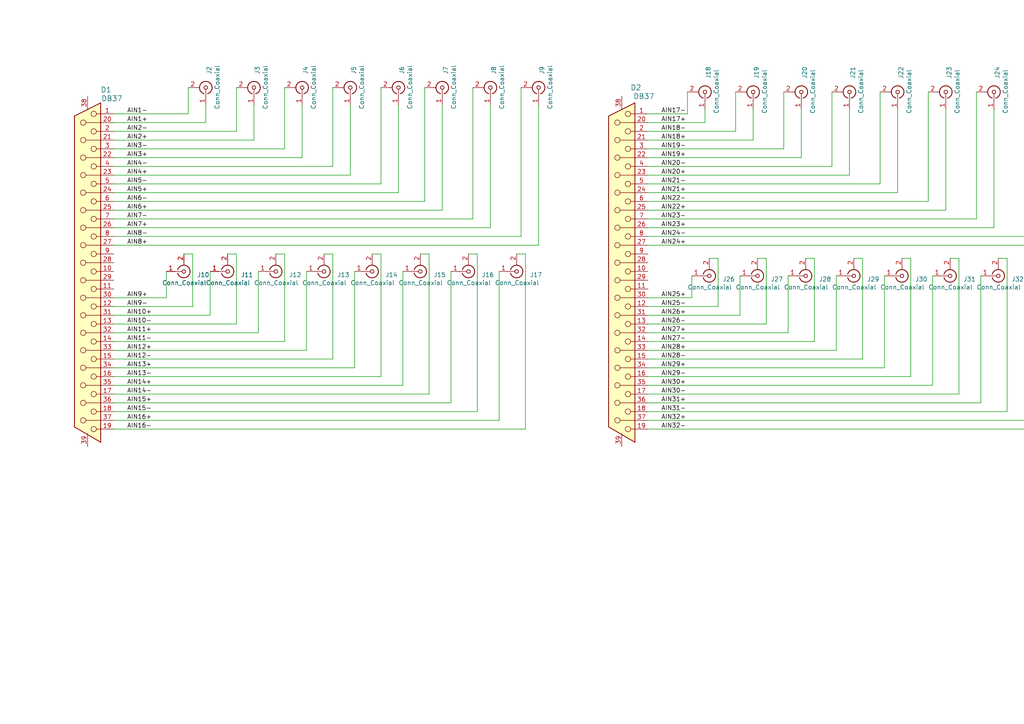
<source format=kicad_sch>
(kicad_sch
	(version 20250114)
	(generator "eeschema")
	(generator_version "9.0")
	(uuid "5f31877a-768c-47ea-81d4-d4dcaa3e6f28")
	(paper "A4")
	(lib_symbols
		(symbol "AD7768_Digitizer_SLib:DC37_Receptacle"
			(pin_names
				(offset 1.016)
				(hide yes)
			)
			(exclude_from_sim no)
			(in_bom yes)
			(on_board yes)
			(property "Reference" "J"
				(at 3.81 46.99 0)
				(effects
					(font
						(size 1.27 1.27)
					)
				)
			)
			(property "Value" "DC37_Receptacle"
				(at 8.89 -48.26 0)
				(effects
					(font
						(size 1.27 1.27)
					)
				)
			)
			(property "Footprint" ""
				(at 0 0 0)
				(effects
					(font
						(size 1.27 1.27)
					)
					(hide yes)
				)
			)
			(property "Datasheet" "~"
				(at 0 0 0)
				(effects
					(font
						(size 1.27 1.27)
					)
					(hide yes)
				)
			)
			(property "Description" "37-pin female receptacle socket D-SUB connector"
				(at 0 0 0)
				(effects
					(font
						(size 1.27 1.27)
					)
					(hide yes)
				)
			)
			(property "ki_keywords" "female receptacle D-SUB connector"
				(at 0 0 0)
				(effects
					(font
						(size 1.27 1.27)
					)
					(hide yes)
				)
			)
			(symbol "DC37_Receptacle_0_1"
				(polyline
					(pts
						(xy -3.81 45.72) (xy -2.54 45.72)
					)
					(stroke
						(width 0)
						(type default)
					)
					(fill
						(type none)
					)
				)
				(polyline
					(pts
						(xy -3.81 43.18) (xy 0.508 43.18)
					)
					(stroke
						(width 0)
						(type default)
					)
					(fill
						(type none)
					)
				)
				(polyline
					(pts
						(xy -3.81 40.64) (xy -2.54 40.64)
					)
					(stroke
						(width 0)
						(type default)
					)
					(fill
						(type none)
					)
				)
				(polyline
					(pts
						(xy -3.81 38.1) (xy 0.508 38.1)
					)
					(stroke
						(width 0)
						(type default)
					)
					(fill
						(type none)
					)
				)
				(polyline
					(pts
						(xy -3.81 35.56) (xy -2.54 35.56)
					)
					(stroke
						(width 0)
						(type default)
					)
					(fill
						(type none)
					)
				)
				(polyline
					(pts
						(xy -3.81 33.02) (xy 0.508 33.02)
					)
					(stroke
						(width 0)
						(type default)
					)
					(fill
						(type none)
					)
				)
				(polyline
					(pts
						(xy -3.81 30.48) (xy -2.54 30.48)
					)
					(stroke
						(width 0)
						(type default)
					)
					(fill
						(type none)
					)
				)
				(polyline
					(pts
						(xy -3.81 27.94) (xy 0.508 27.94)
					)
					(stroke
						(width 0)
						(type default)
					)
					(fill
						(type none)
					)
				)
				(polyline
					(pts
						(xy -3.81 25.4) (xy -2.54 25.4)
					)
					(stroke
						(width 0)
						(type default)
					)
					(fill
						(type none)
					)
				)
				(polyline
					(pts
						(xy -3.81 22.86) (xy 0.508 22.86)
					)
					(stroke
						(width 0)
						(type default)
					)
					(fill
						(type none)
					)
				)
				(polyline
					(pts
						(xy -3.81 20.32) (xy -2.54 20.32)
					)
					(stroke
						(width 0)
						(type default)
					)
					(fill
						(type none)
					)
				)
				(polyline
					(pts
						(xy -3.81 17.78) (xy 0.508 17.78)
					)
					(stroke
						(width 0)
						(type default)
					)
					(fill
						(type none)
					)
				)
				(polyline
					(pts
						(xy -3.81 15.24) (xy -2.54 15.24)
					)
					(stroke
						(width 0)
						(type default)
					)
					(fill
						(type none)
					)
				)
				(polyline
					(pts
						(xy -3.81 12.7) (xy 0.508 12.7)
					)
					(stroke
						(width 0)
						(type default)
					)
					(fill
						(type none)
					)
				)
				(polyline
					(pts
						(xy -3.81 10.16) (xy -2.54 10.16)
					)
					(stroke
						(width 0)
						(type default)
					)
					(fill
						(type none)
					)
				)
				(polyline
					(pts
						(xy -3.81 7.62) (xy 0.508 7.62)
					)
					(stroke
						(width 0)
						(type default)
					)
					(fill
						(type none)
					)
				)
				(polyline
					(pts
						(xy -3.81 5.08) (xy -2.54 5.08)
					)
					(stroke
						(width 0)
						(type default)
					)
					(fill
						(type none)
					)
				)
				(polyline
					(pts
						(xy -3.81 2.54) (xy 0.508 2.54)
					)
					(stroke
						(width 0)
						(type default)
					)
					(fill
						(type none)
					)
				)
				(polyline
					(pts
						(xy -3.81 0) (xy -2.54 0)
					)
					(stroke
						(width 0)
						(type default)
					)
					(fill
						(type none)
					)
				)
				(polyline
					(pts
						(xy -3.81 -2.54) (xy 0.508 -2.54)
					)
					(stroke
						(width 0)
						(type default)
					)
					(fill
						(type none)
					)
				)
				(polyline
					(pts
						(xy -3.81 -5.08) (xy -2.54 -5.08)
					)
					(stroke
						(width 0)
						(type default)
					)
					(fill
						(type none)
					)
				)
				(polyline
					(pts
						(xy -3.81 -7.62) (xy 0.508 -7.62)
					)
					(stroke
						(width 0)
						(type default)
					)
					(fill
						(type none)
					)
				)
				(polyline
					(pts
						(xy -3.81 -10.16) (xy -2.54 -10.16)
					)
					(stroke
						(width 0)
						(type default)
					)
					(fill
						(type none)
					)
				)
				(polyline
					(pts
						(xy -3.81 -12.7) (xy 0.508 -12.7)
					)
					(stroke
						(width 0)
						(type default)
					)
					(fill
						(type none)
					)
				)
				(polyline
					(pts
						(xy -3.81 -15.24) (xy -2.54 -15.24)
					)
					(stroke
						(width 0)
						(type default)
					)
					(fill
						(type none)
					)
				)
				(polyline
					(pts
						(xy -3.81 -17.78) (xy 0.508 -17.78)
					)
					(stroke
						(width 0)
						(type default)
					)
					(fill
						(type none)
					)
				)
				(polyline
					(pts
						(xy -3.81 -20.32) (xy -2.54 -20.32)
					)
					(stroke
						(width 0)
						(type default)
					)
					(fill
						(type none)
					)
				)
				(polyline
					(pts
						(xy -3.81 -22.86) (xy 0.508 -22.86)
					)
					(stroke
						(width 0)
						(type default)
					)
					(fill
						(type none)
					)
				)
				(polyline
					(pts
						(xy -3.81 -25.4) (xy -2.54 -25.4)
					)
					(stroke
						(width 0)
						(type default)
					)
					(fill
						(type none)
					)
				)
				(polyline
					(pts
						(xy -3.81 -27.94) (xy 0.508 -27.94)
					)
					(stroke
						(width 0)
						(type default)
					)
					(fill
						(type none)
					)
				)
				(polyline
					(pts
						(xy -3.81 -30.48) (xy -2.54 -30.48)
					)
					(stroke
						(width 0)
						(type default)
					)
					(fill
						(type none)
					)
				)
				(polyline
					(pts
						(xy -3.81 -33.02) (xy 0.508 -33.02)
					)
					(stroke
						(width 0)
						(type default)
					)
					(fill
						(type none)
					)
				)
				(polyline
					(pts
						(xy -3.81 -35.56) (xy -2.54 -35.56)
					)
					(stroke
						(width 0)
						(type default)
					)
					(fill
						(type none)
					)
				)
				(polyline
					(pts
						(xy -3.81 -38.1) (xy 0.508 -38.1)
					)
					(stroke
						(width 0)
						(type default)
					)
					(fill
						(type none)
					)
				)
				(polyline
					(pts
						(xy -3.81 -40.64) (xy -2.54 -40.64)
					)
					(stroke
						(width 0)
						(type default)
					)
					(fill
						(type none)
					)
				)
				(polyline
					(pts
						(xy -3.81 -43.18) (xy 0.508 -43.18)
					)
					(stroke
						(width 0)
						(type default)
					)
					(fill
						(type none)
					)
				)
				(polyline
					(pts
						(xy -3.81 -45.72) (xy -2.54 -45.72)
					)
					(stroke
						(width 0)
						(type default)
					)
					(fill
						(type none)
					)
				)
				(polyline
					(pts
						(xy -3.81 -49.53) (xy 3.81 -45.085) (xy 3.81 45.085) (xy -3.81 48.895) (xy -3.81 -49.53)
					)
					(stroke
						(width 0.254)
						(type default)
					)
					(fill
						(type background)
					)
				)
				(circle
					(center -1.778 45.72)
					(radius 0.762)
					(stroke
						(width 0)
						(type default)
					)
					(fill
						(type none)
					)
				)
				(circle
					(center -1.778 40.64)
					(radius 0.762)
					(stroke
						(width 0)
						(type default)
					)
					(fill
						(type none)
					)
				)
				(circle
					(center -1.778 35.56)
					(radius 0.762)
					(stroke
						(width 0)
						(type default)
					)
					(fill
						(type none)
					)
				)
				(circle
					(center -1.778 30.48)
					(radius 0.762)
					(stroke
						(width 0)
						(type default)
					)
					(fill
						(type none)
					)
				)
				(circle
					(center -1.778 25.4)
					(radius 0.762)
					(stroke
						(width 0)
						(type default)
					)
					(fill
						(type none)
					)
				)
				(circle
					(center -1.778 20.32)
					(radius 0.762)
					(stroke
						(width 0)
						(type default)
					)
					(fill
						(type none)
					)
				)
				(circle
					(center -1.778 15.24)
					(radius 0.762)
					(stroke
						(width 0)
						(type default)
					)
					(fill
						(type none)
					)
				)
				(circle
					(center -1.778 10.16)
					(radius 0.762)
					(stroke
						(width 0)
						(type default)
					)
					(fill
						(type none)
					)
				)
				(circle
					(center -1.778 5.08)
					(radius 0.762)
					(stroke
						(width 0)
						(type default)
					)
					(fill
						(type none)
					)
				)
				(circle
					(center -1.778 0)
					(radius 0.762)
					(stroke
						(width 0)
						(type default)
					)
					(fill
						(type none)
					)
				)
				(circle
					(center -1.778 -5.08)
					(radius 0.762)
					(stroke
						(width 0)
						(type default)
					)
					(fill
						(type none)
					)
				)
				(circle
					(center -1.778 -10.16)
					(radius 0.762)
					(stroke
						(width 0)
						(type default)
					)
					(fill
						(type none)
					)
				)
				(circle
					(center -1.778 -15.24)
					(radius 0.762)
					(stroke
						(width 0)
						(type default)
					)
					(fill
						(type none)
					)
				)
				(circle
					(center -1.778 -20.32)
					(radius 0.762)
					(stroke
						(width 0)
						(type default)
					)
					(fill
						(type none)
					)
				)
				(circle
					(center -1.778 -25.4)
					(radius 0.762)
					(stroke
						(width 0)
						(type default)
					)
					(fill
						(type none)
					)
				)
				(circle
					(center -1.778 -30.48)
					(radius 0.762)
					(stroke
						(width 0)
						(type default)
					)
					(fill
						(type none)
					)
				)
				(circle
					(center -1.778 -35.56)
					(radius 0.762)
					(stroke
						(width 0)
						(type default)
					)
					(fill
						(type none)
					)
				)
				(circle
					(center -1.778 -40.64)
					(radius 0.762)
					(stroke
						(width 0)
						(type default)
					)
					(fill
						(type none)
					)
				)
				(circle
					(center -1.778 -45.72)
					(radius 0.762)
					(stroke
						(width 0)
						(type default)
					)
					(fill
						(type none)
					)
				)
				(circle
					(center 1.27 43.18)
					(radius 0.762)
					(stroke
						(width 0)
						(type default)
					)
					(fill
						(type none)
					)
				)
				(circle
					(center 1.27 38.1)
					(radius 0.762)
					(stroke
						(width 0)
						(type default)
					)
					(fill
						(type none)
					)
				)
				(circle
					(center 1.27 33.02)
					(radius 0.762)
					(stroke
						(width 0)
						(type default)
					)
					(fill
						(type none)
					)
				)
				(circle
					(center 1.27 27.94)
					(radius 0.762)
					(stroke
						(width 0)
						(type default)
					)
					(fill
						(type none)
					)
				)
				(circle
					(center 1.27 22.86)
					(radius 0.762)
					(stroke
						(width 0)
						(type default)
					)
					(fill
						(type none)
					)
				)
				(circle
					(center 1.27 17.78)
					(radius 0.762)
					(stroke
						(width 0)
						(type default)
					)
					(fill
						(type none)
					)
				)
				(circle
					(center 1.27 12.7)
					(radius 0.762)
					(stroke
						(width 0)
						(type default)
					)
					(fill
						(type none)
					)
				)
				(circle
					(center 1.27 7.62)
					(radius 0.762)
					(stroke
						(width 0)
						(type default)
					)
					(fill
						(type none)
					)
				)
				(circle
					(center 1.27 2.54)
					(radius 0.762)
					(stroke
						(width 0)
						(type default)
					)
					(fill
						(type none)
					)
				)
				(circle
					(center 1.27 -2.54)
					(radius 0.762)
					(stroke
						(width 0)
						(type default)
					)
					(fill
						(type none)
					)
				)
				(circle
					(center 1.27 -7.62)
					(radius 0.762)
					(stroke
						(width 0)
						(type default)
					)
					(fill
						(type none)
					)
				)
				(circle
					(center 1.27 -12.7)
					(radius 0.762)
					(stroke
						(width 0)
						(type default)
					)
					(fill
						(type none)
					)
				)
				(circle
					(center 1.27 -17.78)
					(radius 0.762)
					(stroke
						(width 0)
						(type default)
					)
					(fill
						(type none)
					)
				)
				(circle
					(center 1.27 -22.86)
					(radius 0.762)
					(stroke
						(width 0)
						(type default)
					)
					(fill
						(type none)
					)
				)
				(circle
					(center 1.27 -27.94)
					(radius 0.762)
					(stroke
						(width 0)
						(type default)
					)
					(fill
						(type none)
					)
				)
				(circle
					(center 1.27 -33.02)
					(radius 0.762)
					(stroke
						(width 0)
						(type default)
					)
					(fill
						(type none)
					)
				)
				(circle
					(center 1.27 -38.1)
					(radius 0.762)
					(stroke
						(width 0)
						(type default)
					)
					(fill
						(type none)
					)
				)
				(circle
					(center 1.27 -43.18)
					(radius 0.762)
					(stroke
						(width 0)
						(type default)
					)
					(fill
						(type none)
					)
				)
			)
			(symbol "DC37_Receptacle_1_1"
				(pin passive line
					(at -7.62 45.72 0)
					(length 3.81)
					(name "1"
						(effects
							(font
								(size 1.27 1.27)
							)
						)
					)
					(number "1"
						(effects
							(font
								(size 1.27 1.27)
							)
						)
					)
				)
				(pin passive line
					(at -7.62 43.18 0)
					(length 3.81)
					(name "20"
						(effects
							(font
								(size 1.27 1.27)
							)
						)
					)
					(number "20"
						(effects
							(font
								(size 1.27 1.27)
							)
						)
					)
				)
				(pin passive line
					(at -7.62 40.64 0)
					(length 3.81)
					(name "2"
						(effects
							(font
								(size 1.27 1.27)
							)
						)
					)
					(number "2"
						(effects
							(font
								(size 1.27 1.27)
							)
						)
					)
				)
				(pin passive line
					(at -7.62 38.1 0)
					(length 3.81)
					(name "21"
						(effects
							(font
								(size 1.27 1.27)
							)
						)
					)
					(number "21"
						(effects
							(font
								(size 1.27 1.27)
							)
						)
					)
				)
				(pin passive line
					(at -7.62 35.56 0)
					(length 3.81)
					(name "3"
						(effects
							(font
								(size 1.27 1.27)
							)
						)
					)
					(number "3"
						(effects
							(font
								(size 1.27 1.27)
							)
						)
					)
				)
				(pin passive line
					(at -7.62 33.02 0)
					(length 3.81)
					(name "22"
						(effects
							(font
								(size 1.27 1.27)
							)
						)
					)
					(number "22"
						(effects
							(font
								(size 1.27 1.27)
							)
						)
					)
				)
				(pin passive line
					(at -7.62 30.48 0)
					(length 3.81)
					(name "4"
						(effects
							(font
								(size 1.27 1.27)
							)
						)
					)
					(number "4"
						(effects
							(font
								(size 1.27 1.27)
							)
						)
					)
				)
				(pin passive line
					(at -7.62 27.94 0)
					(length 3.81)
					(name "23"
						(effects
							(font
								(size 1.27 1.27)
							)
						)
					)
					(number "23"
						(effects
							(font
								(size 1.27 1.27)
							)
						)
					)
				)
				(pin passive line
					(at -7.62 25.4 0)
					(length 3.81)
					(name "5"
						(effects
							(font
								(size 1.27 1.27)
							)
						)
					)
					(number "5"
						(effects
							(font
								(size 1.27 1.27)
							)
						)
					)
				)
				(pin passive line
					(at -7.62 22.86 0)
					(length 3.81)
					(name "24"
						(effects
							(font
								(size 1.27 1.27)
							)
						)
					)
					(number "24"
						(effects
							(font
								(size 1.27 1.27)
							)
						)
					)
				)
				(pin passive line
					(at -7.62 20.32 0)
					(length 3.81)
					(name "6"
						(effects
							(font
								(size 1.27 1.27)
							)
						)
					)
					(number "6"
						(effects
							(font
								(size 1.27 1.27)
							)
						)
					)
				)
				(pin passive line
					(at -7.62 17.78 0)
					(length 3.81)
					(name "25"
						(effects
							(font
								(size 1.27 1.27)
							)
						)
					)
					(number "25"
						(effects
							(font
								(size 1.27 1.27)
							)
						)
					)
				)
				(pin passive line
					(at -7.62 15.24 0)
					(length 3.81)
					(name "7"
						(effects
							(font
								(size 1.27 1.27)
							)
						)
					)
					(number "7"
						(effects
							(font
								(size 1.27 1.27)
							)
						)
					)
				)
				(pin passive line
					(at -7.62 12.7 0)
					(length 3.81)
					(name "26"
						(effects
							(font
								(size 1.27 1.27)
							)
						)
					)
					(number "26"
						(effects
							(font
								(size 1.27 1.27)
							)
						)
					)
				)
				(pin passive line
					(at -7.62 10.16 0)
					(length 3.81)
					(name "8"
						(effects
							(font
								(size 1.27 1.27)
							)
						)
					)
					(number "8"
						(effects
							(font
								(size 1.27 1.27)
							)
						)
					)
				)
				(pin passive line
					(at -7.62 7.62 0)
					(length 3.81)
					(name "27"
						(effects
							(font
								(size 1.27 1.27)
							)
						)
					)
					(number "27"
						(effects
							(font
								(size 1.27 1.27)
							)
						)
					)
				)
				(pin passive line
					(at -7.62 5.08 0)
					(length 3.81)
					(name "9"
						(effects
							(font
								(size 1.27 1.27)
							)
						)
					)
					(number "9"
						(effects
							(font
								(size 1.27 1.27)
							)
						)
					)
				)
				(pin passive line
					(at -7.62 2.54 0)
					(length 3.81)
					(name "28"
						(effects
							(font
								(size 1.27 1.27)
							)
						)
					)
					(number "28"
						(effects
							(font
								(size 1.27 1.27)
							)
						)
					)
				)
				(pin passive line
					(at -7.62 0 0)
					(length 3.81)
					(name "10"
						(effects
							(font
								(size 1.27 1.27)
							)
						)
					)
					(number "10"
						(effects
							(font
								(size 1.27 1.27)
							)
						)
					)
				)
				(pin passive line
					(at -7.62 -2.54 0)
					(length 3.81)
					(name "29"
						(effects
							(font
								(size 1.27 1.27)
							)
						)
					)
					(number "29"
						(effects
							(font
								(size 1.27 1.27)
							)
						)
					)
				)
				(pin passive line
					(at -7.62 -5.08 0)
					(length 3.81)
					(name "11"
						(effects
							(font
								(size 1.27 1.27)
							)
						)
					)
					(number "11"
						(effects
							(font
								(size 1.27 1.27)
							)
						)
					)
				)
				(pin passive line
					(at -7.62 -7.62 0)
					(length 3.81)
					(name "30"
						(effects
							(font
								(size 1.27 1.27)
							)
						)
					)
					(number "30"
						(effects
							(font
								(size 1.27 1.27)
							)
						)
					)
				)
				(pin passive line
					(at -7.62 -10.16 0)
					(length 3.81)
					(name "12"
						(effects
							(font
								(size 1.27 1.27)
							)
						)
					)
					(number "12"
						(effects
							(font
								(size 1.27 1.27)
							)
						)
					)
				)
				(pin passive line
					(at -7.62 -12.7 0)
					(length 3.81)
					(name "31"
						(effects
							(font
								(size 1.27 1.27)
							)
						)
					)
					(number "31"
						(effects
							(font
								(size 1.27 1.27)
							)
						)
					)
				)
				(pin passive line
					(at -7.62 -15.24 0)
					(length 3.81)
					(name "13"
						(effects
							(font
								(size 1.27 1.27)
							)
						)
					)
					(number "13"
						(effects
							(font
								(size 1.27 1.27)
							)
						)
					)
				)
				(pin passive line
					(at -7.62 -17.78 0)
					(length 3.81)
					(name "32"
						(effects
							(font
								(size 1.27 1.27)
							)
						)
					)
					(number "32"
						(effects
							(font
								(size 1.27 1.27)
							)
						)
					)
				)
				(pin passive line
					(at -7.62 -20.32 0)
					(length 3.81)
					(name "14"
						(effects
							(font
								(size 1.27 1.27)
							)
						)
					)
					(number "14"
						(effects
							(font
								(size 1.27 1.27)
							)
						)
					)
				)
				(pin passive line
					(at -7.62 -22.86 0)
					(length 3.81)
					(name "33"
						(effects
							(font
								(size 1.27 1.27)
							)
						)
					)
					(number "33"
						(effects
							(font
								(size 1.27 1.27)
							)
						)
					)
				)
				(pin passive line
					(at -7.62 -25.4 0)
					(length 3.81)
					(name "15"
						(effects
							(font
								(size 1.27 1.27)
							)
						)
					)
					(number "15"
						(effects
							(font
								(size 1.27 1.27)
							)
						)
					)
				)
				(pin passive line
					(at -7.62 -27.94 0)
					(length 3.81)
					(name "34"
						(effects
							(font
								(size 1.27 1.27)
							)
						)
					)
					(number "34"
						(effects
							(font
								(size 1.27 1.27)
							)
						)
					)
				)
				(pin passive line
					(at -7.62 -30.48 0)
					(length 3.81)
					(name "16"
						(effects
							(font
								(size 1.27 1.27)
							)
						)
					)
					(number "16"
						(effects
							(font
								(size 1.27 1.27)
							)
						)
					)
				)
				(pin passive line
					(at -7.62 -33.02 0)
					(length 3.81)
					(name "35"
						(effects
							(font
								(size 1.27 1.27)
							)
						)
					)
					(number "35"
						(effects
							(font
								(size 1.27 1.27)
							)
						)
					)
				)
				(pin passive line
					(at -7.62 -35.56 0)
					(length 3.81)
					(name "17"
						(effects
							(font
								(size 1.27 1.27)
							)
						)
					)
					(number "17"
						(effects
							(font
								(size 1.27 1.27)
							)
						)
					)
				)
				(pin passive line
					(at -7.62 -38.1 0)
					(length 3.81)
					(name "36"
						(effects
							(font
								(size 1.27 1.27)
							)
						)
					)
					(number "36"
						(effects
							(font
								(size 1.27 1.27)
							)
						)
					)
				)
				(pin passive line
					(at -7.62 -40.64 0)
					(length 3.81)
					(name "18"
						(effects
							(font
								(size 1.27 1.27)
							)
						)
					)
					(number "18"
						(effects
							(font
								(size 1.27 1.27)
							)
						)
					)
				)
				(pin passive line
					(at -7.62 -43.18 0)
					(length 3.81)
					(name "37"
						(effects
							(font
								(size 1.27 1.27)
							)
						)
					)
					(number "37"
						(effects
							(font
								(size 1.27 1.27)
							)
						)
					)
				)
				(pin passive line
					(at -7.62 -45.72 0)
					(length 3.81)
					(name "19"
						(effects
							(font
								(size 1.27 1.27)
							)
						)
					)
					(number "19"
						(effects
							(font
								(size 1.27 1.27)
							)
						)
					)
				)
				(pin passive line
					(at 0 50.8 270)
					(length 3.81)
					(name "38"
						(effects
							(font
								(size 1.27 1.27)
							)
						)
					)
					(number "38"
						(effects
							(font
								(size 1.27 1.27)
							)
						)
					)
				)
				(pin passive line
					(at 0 -50.8 90)
					(length 3.81)
					(name "39"
						(effects
							(font
								(size 1.27 1.27)
							)
						)
					)
					(number "39"
						(effects
							(font
								(size 1.27 1.27)
							)
						)
					)
				)
			)
			(embedded_fonts no)
		)
		(symbol "Connector:Conn_Coaxial"
			(pin_names
				(offset 1.016)
				(hide yes)
			)
			(exclude_from_sim no)
			(in_bom yes)
			(on_board yes)
			(property "Reference" "J"
				(at 0.254 3.048 0)
				(effects
					(font
						(size 1.27 1.27)
					)
				)
			)
			(property "Value" "Conn_Coaxial"
				(at 2.921 0 90)
				(effects
					(font
						(size 1.27 1.27)
					)
				)
			)
			(property "Footprint" ""
				(at 0 0 0)
				(effects
					(font
						(size 1.27 1.27)
					)
					(hide yes)
				)
			)
			(property "Datasheet" "~"
				(at 0 0 0)
				(effects
					(font
						(size 1.27 1.27)
					)
					(hide yes)
				)
			)
			(property "Description" "coaxial connector (BNC, SMA, SMB, SMC, Cinch/RCA, LEMO, ...)"
				(at 0 0 0)
				(effects
					(font
						(size 1.27 1.27)
					)
					(hide yes)
				)
			)
			(property "ki_keywords" "BNC SMA SMB SMC LEMO coaxial connector CINCH RCA MCX MMCX U.FL UMRF"
				(at 0 0 0)
				(effects
					(font
						(size 1.27 1.27)
					)
					(hide yes)
				)
			)
			(property "ki_fp_filters" "*BNC* *SMA* *SMB* *SMC* *Cinch* *LEMO* *UMRF* *MCX* *U.FL*"
				(at 0 0 0)
				(effects
					(font
						(size 1.27 1.27)
					)
					(hide yes)
				)
			)
			(symbol "Conn_Coaxial_0_1"
				(polyline
					(pts
						(xy -2.54 0) (xy -0.508 0)
					)
					(stroke
						(width 0)
						(type default)
					)
					(fill
						(type none)
					)
				)
				(arc
					(start 1.778 0)
					(mid 0.222 -1.8079)
					(end -1.778 -0.508)
					(stroke
						(width 0.254)
						(type default)
					)
					(fill
						(type none)
					)
				)
				(arc
					(start -1.778 0.508)
					(mid 0.2221 1.8084)
					(end 1.778 0)
					(stroke
						(width 0.254)
						(type default)
					)
					(fill
						(type none)
					)
				)
				(circle
					(center 0 0)
					(radius 0.508)
					(stroke
						(width 0.2032)
						(type default)
					)
					(fill
						(type none)
					)
				)
				(polyline
					(pts
						(xy 0 -2.54) (xy 0 -1.778)
					)
					(stroke
						(width 0)
						(type default)
					)
					(fill
						(type none)
					)
				)
			)
			(symbol "Conn_Coaxial_1_1"
				(pin passive line
					(at -5.08 0 0)
					(length 2.54)
					(name "In"
						(effects
							(font
								(size 1.27 1.27)
							)
						)
					)
					(number "1"
						(effects
							(font
								(size 1.27 1.27)
							)
						)
					)
				)
				(pin passive line
					(at 0 -5.08 90)
					(length 2.54)
					(name "Ext"
						(effects
							(font
								(size 1.27 1.27)
							)
						)
					)
					(number "2"
						(effects
							(font
								(size 1.27 1.27)
							)
						)
					)
				)
			)
			(embedded_fonts no)
		)
	)
	(circle
		(center 223.52 -40.64)
		(radius 7.62)
		(stroke
			(width 0)
			(type default)
		)
		(fill
			(type none)
		)
		(uuid 04354376-915d-4ac2-8fb8-5dbddcfe455f)
	)
	(circle
		(center 185.42 -21.59)
		(radius 7.62)
		(stroke
			(width 0)
			(type default)
		)
		(fill
			(type none)
		)
		(uuid 0919c6a2-2602-4062-8605-680749b6cd82)
	)
	(circle
		(center -46.99 -21.59)
		(radius 7.62)
		(stroke
			(width 0)
			(type default)
		)
		(fill
			(type none)
		)
		(uuid 0b61f006-2178-4afd-a165-1b615401d4f3)
	)
	(circle
		(center 147.32 -21.59)
		(radius 7.62)
		(stroke
			(width 0)
			(type default)
		)
		(fill
			(type none)
		)
		(uuid 12d1d306-5f8b-47e3-8257-a14860b5692a)
	)
	(rectangle
		(start -90.17 -53.34)
		(end 392.43 -8.89)
		(stroke
			(width 0)
			(type default)
		)
		(fill
			(type none)
		)
		(uuid 1dc2c6ad-1bee-49c5-9f42-77e030641c5b)
	)
	(circle
		(center 67.31 -40.64)
		(radius 7.62)
		(stroke
			(width 0)
			(type default)
		)
		(fill
			(type none)
		)
		(uuid 1e39d7a0-8790-41d9-bd22-d032a2d12429)
	)
	(circle
		(center 90.17 -40.64)
		(radius 7.62)
		(stroke
			(width 0)
			(type default)
		)
		(fill
			(type none)
		)
		(uuid 24d4441a-f0f0-4c5a-89e4-5c557156011b)
	)
	(circle
		(center -27.94 -21.59)
		(radius 7.62)
		(stroke
			(width 0)
			(type default)
		)
		(fill
			(type none)
		)
		(uuid 35b4b73c-af4b-4fa5-8e66-556302fb1338)
	)
	(circle
		(center 109.22 -40.64)
		(radius 7.62)
		(stroke
			(width 0)
			(type default)
		)
		(fill
			(type none)
		)
		(uuid 3dacc0d7-65c9-47bf-9fb7-7774b783d298)
	)
	(circle
		(center 223.52 -21.59)
		(radius 7.62)
		(stroke
			(width 0)
			(type default)
		)
		(fill
			(type none)
		)
		(uuid 3e30524f-0f36-4525-a55f-8ce55113c92a)
	)
	(circle
		(center -8.89 -40.64)
		(radius 7.62)
		(stroke
			(width 0)
			(type default)
		)
		(fill
			(type none)
		)
		(uuid 3f6fdaea-fd78-4c04-bfb0-77ac1ee8edd5)
	)
	(circle
		(center -46.99 -40.64)
		(radius 7.62)
		(stroke
			(width 0)
			(type default)
		)
		(fill
			(type none)
		)
		(uuid 40c288a3-8bcf-4ba2-a3ec-993dca511ebb)
	)
	(rectangle
		(start 240.03 -39.37)
		(end 311.15 -24.638)
		(stroke
			(width 0)
			(type default)
		)
		(fill
			(type none)
		)
		(uuid 493acff0-e785-4e3c-87dc-904f7041b6e5)
	)
	(rectangle
		(start 314.96 -39.37)
		(end 386.08 -24.638)
		(stroke
			(width 0)
			(type default)
		)
		(fill
			(type none)
		)
		(uuid 4ae215ca-17cb-49c5-ad75-be54bb0d71cc)
	)
	(circle
		(center 29.21 -40.64)
		(radius 7.62)
		(stroke
			(width 0)
			(type default)
		)
		(fill
			(type none)
		)
		(uuid 53479dfd-266c-4532-9a14-3f2364d3c2d2)
	)
	(circle
		(center 185.42 -40.64)
		(radius 7.62)
		(stroke
			(width 0)
			(type default)
		)
		(fill
			(type none)
		)
		(uuid 5b408927-aeb5-4f36-ad65-55aa22f80229)
	)
	(circle
		(center 166.37 -21.59)
		(radius 7.62)
		(stroke
			(width 0)
			(type default)
		)
		(fill
			(type none)
		)
		(uuid 607b567b-56c8-4ba8-9711-1166cc80b8fa)
	)
	(circle
		(center 128.27 -21.59)
		(radius 7.62)
		(stroke
			(width 0)
			(type default)
		)
		(fill
			(type none)
		)
		(uuid 6d8a605c-7b7f-4c28-b508-667446456466)
	)
	(circle
		(center -66.04 -40.64)
		(radius 7.62)
		(stroke
			(width 0)
			(type default)
		)
		(fill
			(type none)
		)
		(uuid 7bfe10d3-2173-42b5-bdaa-e5906171eec9)
	)
	(circle
		(center -27.94 -40.64)
		(radius 7.62)
		(stroke
			(width 0)
			(type default)
		)
		(fill
			(type none)
		)
		(uuid 7f6e723e-e3dc-4bfd-9647-59cc05318971)
	)
	(circle
		(center 204.47 -40.64)
		(radius 7.62)
		(stroke
			(width 0)
			(type default)
		)
		(fill
			(type none)
		)
		(uuid 8db502eb-8070-4a83-9650-16815c7b3fef)
	)
	(circle
		(center 204.47 -21.59)
		(radius 7.62)
		(stroke
			(width 0)
			(type default)
		)
		(fill
			(type none)
		)
		(uuid 8f842eb8-8fad-4b89-ba1b-91d25e6546c8)
	)
	(circle
		(center 147.32 -40.64)
		(radius 7.62)
		(stroke
			(width 0)
			(type default)
		)
		(fill
			(type none)
		)
		(uuid 9a29874e-bc4a-4985-842f-eae8846955f6)
	)
	(circle
		(center 109.22 -21.59)
		(radius 7.62)
		(stroke
			(width 0)
			(type default)
		)
		(fill
			(type none)
		)
		(uuid 9dbbf1c3-2596-45cd-a3e5-740ba996e20a)
	)
	(circle
		(center 10.16 -40.64)
		(radius 7.62)
		(stroke
			(width 0)
			(type default)
		)
		(fill
			(type none)
		)
		(uuid a05faa01-250a-4265-90c9-3d78b48d0141)
	)
	(circle
		(center 67.31 -21.59)
		(radius 7.62)
		(stroke
			(width 0)
			(type default)
		)
		(fill
			(type none)
		)
		(uuid aab89f26-4974-4171-b0ca-2707a3a31626)
	)
	(circle
		(center 29.21 -21.59)
		(radius 7.62)
		(stroke
			(width 0)
			(type default)
		)
		(fill
			(type none)
		)
		(uuid b1468a87-1992-412b-849e-6441450d6735)
	)
	(circle
		(center 10.16 -21.59)
		(radius 7.62)
		(stroke
			(width 0)
			(type default)
		)
		(fill
			(type none)
		)
		(uuid c066f103-6e1a-4818-948b-a722c3e84446)
	)
	(circle
		(center 48.26 -40.64)
		(radius 7.62)
		(stroke
			(width 0)
			(type default)
		)
		(fill
			(type none)
		)
		(uuid c85b491e-0bea-4b3f-b644-c81592f78872)
	)
	(circle
		(center 48.26 -21.59)
		(radius 7.62)
		(stroke
			(width 0)
			(type default)
		)
		(fill
			(type none)
		)
		(uuid c9fb957d-8484-4692-8304-b79f1dae1bbf)
	)
	(circle
		(center -8.89 -21.59)
		(radius 7.62)
		(stroke
			(width 0)
			(type default)
		)
		(fill
			(type none)
		)
		(uuid ce3a4687-b76e-4b86-8a6e-6a0dd77f5a89)
	)
	(circle
		(center -66.04 -21.59)
		(radius 7.62)
		(stroke
			(width 0)
			(type default)
		)
		(fill
			(type none)
		)
		(uuid de707696-ab9d-4a5b-a110-505643faea6f)
	)
	(circle
		(center 128.27 -40.64)
		(radius 7.62)
		(stroke
			(width 0)
			(type default)
		)
		(fill
			(type none)
		)
		(uuid e215adca-5ef0-4d98-a09e-127f81a65807)
	)
	(circle
		(center 90.17 -21.59)
		(radius 7.62)
		(stroke
			(width 0)
			(type default)
		)
		(fill
			(type none)
		)
		(uuid eb8adbbc-c9e7-4508-8bba-d1a8802c8e0a)
	)
	(rectangle
		(start -595.63 -69.85)
		(end -113.03 -25.4)
		(stroke
			(width -0.0001)
			(type solid)
		)
		(fill
			(type none)
		)
		(uuid f594c40d-7d90-4f23-aba5-eede39d4b827)
	)
	(circle
		(center 166.37 -40.64)
		(radius 7.62)
		(stroke
			(width 0)
			(type default)
		)
		(fill
			(type none)
		)
		(uuid f8de70af-820a-42f5-9b4b-2ea03748f5aa)
	)
	(text_box "DB37 Space: 2800 x 580 mils"
		(exclude_from_sim no)
		(at 316.23 -38.1 0)
		(size 38.1 5.08)
		(margins 0.9525 0.9525 0.9525 0.9525)
		(stroke
			(width 0)
			(type solid)
			(color 255 28 20 1)
		)
		(fill
			(type none)
		)
		(effects
			(font
				(size 1.27 1.27)
			)
			(justify left top)
		)
		(uuid "1fa10612-fbe0-4604-90b6-6999564b7301")
	)
	(text_box "BNC Connector Space: Radius of 300 mils\n-Each circle encompasses width of connector when plugged in as well as a bit of extra space for {dblquote}wiggle room{dblquote}\n "
		(exclude_from_sim no)
		(at -88.9 -6.35 0)
		(size 58.42 10.16)
		(margins 0.9525 0.9525 0.9525 0.9525)
		(stroke
			(width 0)
			(type solid)
			(color 255 12 11 1)
		)
		(fill
			(type none)
		)
		(effects
			(font
				(size 1.27 1.27)
			)
			(justify left top)
		)
		(uuid "a7f3c4bb-e06f-4dd7-801c-1ab4d22c6d7b")
	)
	(text_box "DB37 Space: 2800 x 580 mils"
		(exclude_from_sim no)
		(at 241.3 -38.1 0)
		(size 38.1 5.08)
		(margins 0.9525 0.9525 0.9525 0.9525)
		(stroke
			(width 0)
			(type solid)
			(color 255 28 20 1)
		)
		(fill
			(type none)
		)
		(effects
			(font
				(size 1.27 1.27)
			)
			(justify left top)
		)
		(uuid "d8c25583-24a5-4f83-81e2-fec96a5bc8de")
	)
	(text_box "1U Space: 19000 x 1750 mils"
		(exclude_from_sim no)
		(at -90.17 -60.96 0)
		(size 60.96 5.08)
		(margins 0.9525 0.9525 0.9525 0.9525)
		(stroke
			(width 0)
			(type solid)
			(color 255 10 3 1)
		)
		(fill
			(type none)
		)
		(effects
			(font
				(size 1.27 1.27)
			)
			(justify left top)
		)
		(uuid "fde01568-4d2e-4f2a-a4e8-a1dd304009f3")
	)
	(wire
		(pts
			(xy 128.27 30.48) (xy 128.27 60.96)
		)
		(stroke
			(width 0)
			(type default)
		)
		(uuid "00db41b6-5f6a-4520-884a-1c1d264baef8")
	)
	(wire
		(pts
			(xy 124.46 73.66) (xy 121.92 73.66)
		)
		(stroke
			(width 0)
			(type default)
		)
		(uuid "0143a9e0-5230-4dbb-9cd4-a56362149858")
	)
	(wire
		(pts
			(xy 298.45 121.92) (xy 298.45 80.01)
		)
		(stroke
			(width 0)
			(type default)
		)
		(uuid "020439a7-468a-44ff-bee2-d1af038d40c4")
	)
	(wire
		(pts
			(xy 187.96 109.22) (xy 264.16 109.22)
		)
		(stroke
			(width 0)
			(type default)
		)
		(uuid "074e565c-8257-4526-8805-b85b8ac1f217")
	)
	(wire
		(pts
			(xy 236.22 74.93) (xy 233.68 74.93)
		)
		(stroke
			(width 0)
			(type default)
		)
		(uuid "0883bf8a-0afc-4fd6-b264-d98e8e247ffc")
	)
	(wire
		(pts
			(xy 288.29 66.04) (xy 288.29 31.75)
		)
		(stroke
			(width 0)
			(type default)
		)
		(uuid "0927bf22-3507-4ea0-b937-3d4666bcfd42")
	)
	(wire
		(pts
			(xy 227.33 26.67) (xy 227.33 43.18)
		)
		(stroke
			(width 0)
			(type default)
		)
		(uuid "0a53ae81-e65e-49a9-861f-cc59248a8713")
	)
	(wire
		(pts
			(xy 33.02 58.42) (xy 123.19 58.42)
		)
		(stroke
			(width 0)
			(type default)
		)
		(uuid "0bf1ea85-89cd-4f69-8f58-4253a1b543f3")
	)
	(wire
		(pts
			(xy 236.22 99.06) (xy 236.22 74.93)
		)
		(stroke
			(width 0)
			(type default)
		)
		(uuid "0ea68caf-47f3-4cac-9280-1ae3172a45fc")
	)
	(wire
		(pts
			(xy 68.58 73.66) (xy 66.04 73.66)
		)
		(stroke
			(width 0)
			(type default)
		)
		(uuid "0ebf4a4c-39cd-4485-8ebb-43fc93a09525")
	)
	(wire
		(pts
			(xy 228.6 96.52) (xy 228.6 80.01)
		)
		(stroke
			(width 0)
			(type default)
		)
		(uuid "123eef8a-e06a-4849-a33a-a17c44176c16")
	)
	(wire
		(pts
			(xy 278.13 114.3) (xy 278.13 74.93)
		)
		(stroke
			(width 0)
			(type default)
		)
		(uuid "1242212e-abfe-4b75-86c6-c3d824815f4a")
	)
	(wire
		(pts
			(xy 33.02 121.92) (xy 144.78 121.92)
		)
		(stroke
			(width 0)
			(type default)
		)
		(uuid "1298888c-8579-4465-b48e-0e711d131e39")
	)
	(wire
		(pts
			(xy 187.96 111.76) (xy 270.51 111.76)
		)
		(stroke
			(width 0)
			(type default)
		)
		(uuid "139ea0d1-2b02-4a83-a9a4-6a7548c11c6d")
	)
	(wire
		(pts
			(xy 255.27 53.34) (xy 255.27 26.67)
		)
		(stroke
			(width 0)
			(type default)
		)
		(uuid "1698a15b-bc66-47f3-a1e4-b3d7b60ce8b7")
	)
	(wire
		(pts
			(xy 270.51 111.76) (xy 270.51 80.01)
		)
		(stroke
			(width 0)
			(type default)
		)
		(uuid "1812f003-621d-4211-9e90-2efac619f214")
	)
	(wire
		(pts
			(xy 33.02 109.22) (xy 110.49 109.22)
		)
		(stroke
			(width 0)
			(type default)
		)
		(uuid "187a32e7-4a2d-42d0-9d2f-448a9969dd39")
	)
	(wire
		(pts
			(xy 33.02 88.9) (xy 55.88 88.9)
		)
		(stroke
			(width 0)
			(type default)
		)
		(uuid "18b5b937-161c-4014-8adc-cf0bdd8b6544")
	)
	(wire
		(pts
			(xy 96.52 104.14) (xy 96.52 73.66)
		)
		(stroke
			(width 0)
			(type default)
		)
		(uuid "1af8dd98-0da4-4375-9c63-66ce1bf2153b")
	)
	(wire
		(pts
			(xy 33.02 91.44) (xy 60.96 91.44)
		)
		(stroke
			(width 0)
			(type default)
		)
		(uuid "1d0c1652-ce2c-4591-bed1-e927effe0a19")
	)
	(wire
		(pts
			(xy 187.96 96.52) (xy 228.6 96.52)
		)
		(stroke
			(width 0)
			(type default)
		)
		(uuid "1e6e6cac-c6da-4333-8355-122d6e9fdbc3")
	)
	(wire
		(pts
			(xy 213.36 38.1) (xy 213.36 26.67)
		)
		(stroke
			(width 0)
			(type default)
		)
		(uuid "1f47324b-8478-4152-a8da-58a1eacdc5a6")
	)
	(wire
		(pts
			(xy 130.81 116.84) (xy 130.81 78.74)
		)
		(stroke
			(width 0)
			(type default)
		)
		(uuid "220a246d-b44c-4397-8222-037347ac3050")
	)
	(wire
		(pts
			(xy 152.4 73.66) (xy 149.86 73.66)
		)
		(stroke
			(width 0)
			(type default)
		)
		(uuid "23941258-e78f-416f-a664-79c024505294")
	)
	(wire
		(pts
			(xy 187.96 119.38) (xy 292.1 119.38)
		)
		(stroke
			(width 0)
			(type default)
		)
		(uuid "24018f6f-42dd-4b11-a2b8-1c3205201bcb")
	)
	(wire
		(pts
			(xy 110.49 25.4) (xy 110.49 53.34)
		)
		(stroke
			(width 0)
			(type default)
		)
		(uuid "2538104f-d7bc-40d2-b195-c69174046f92")
	)
	(wire
		(pts
			(xy 264.16 74.93) (xy 261.62 74.93)
		)
		(stroke
			(width 0)
			(type default)
		)
		(uuid "25c46326-75d3-4a19-8f78-bf4beb225703")
	)
	(wire
		(pts
			(xy 187.96 55.88) (xy 260.35 55.88)
		)
		(stroke
			(width 0)
			(type default)
		)
		(uuid "270d2c5e-ef39-4708-90e0-d8885de543c6")
	)
	(wire
		(pts
			(xy 33.02 48.26) (xy 96.52 48.26)
		)
		(stroke
			(width 0)
			(type default)
		)
		(uuid "294b3950-0216-4d98-8109-8ff41e16ab77")
	)
	(wire
		(pts
			(xy 33.02 71.12) (xy 156.21 71.12)
		)
		(stroke
			(width 0)
			(type default)
		)
		(uuid "2f4df706-5a22-4535-a7b5-e4ea668809ba")
	)
	(wire
		(pts
			(xy 33.02 35.56) (xy 59.69 35.56)
		)
		(stroke
			(width 0)
			(type default)
		)
		(uuid "2fb03da4-27fd-4484-b85e-3af168c31272")
	)
	(wire
		(pts
			(xy 187.96 33.02) (xy 199.39 33.02)
		)
		(stroke
			(width 0)
			(type default)
		)
		(uuid "2fd3e12d-10a9-42b2-a831-2ff07536958f")
	)
	(wire
		(pts
			(xy 87.63 45.72) (xy 87.63 30.48)
		)
		(stroke
			(width 0)
			(type default)
		)
		(uuid "317e589b-0a23-4b54-ba45-ffd6caf69199")
	)
	(wire
		(pts
			(xy 187.96 58.42) (xy 269.24 58.42)
		)
		(stroke
			(width 0)
			(type default)
		)
		(uuid "31d56eaf-3ed9-4f9e-b963-aa3216993884")
	)
	(wire
		(pts
			(xy 187.96 86.36) (xy 200.66 86.36)
		)
		(stroke
			(width 0)
			(type default)
		)
		(uuid "34c355b3-4abe-4f79-800d-0fe2274044b7")
	)
	(wire
		(pts
			(xy 142.24 30.48) (xy 142.24 66.04)
		)
		(stroke
			(width 0)
			(type default)
		)
		(uuid "3508c28c-e99e-4737-b70f-d1993784045b")
	)
	(wire
		(pts
			(xy 74.93 96.52) (xy 74.93 78.74)
		)
		(stroke
			(width 0)
			(type default)
		)
		(uuid "350cd355-c526-4f13-96a2-1c068b9545c2")
	)
	(wire
		(pts
			(xy 187.96 88.9) (xy 208.28 88.9)
		)
		(stroke
			(width 0)
			(type default)
		)
		(uuid "359f8a17-e717-4861-9fab-5f3124edc214")
	)
	(wire
		(pts
			(xy 205.74 74.93) (xy 208.28 74.93)
		)
		(stroke
			(width 0)
			(type default)
		)
		(uuid "36a0c828-a0a9-4e85-a87e-5910839ff6e1")
	)
	(wire
		(pts
			(xy 250.19 104.14) (xy 250.19 74.93)
		)
		(stroke
			(width 0)
			(type default)
		)
		(uuid "3769f1a1-33f3-4a5e-8a21-fca43a6668ed")
	)
	(wire
		(pts
			(xy 204.47 31.75) (xy 204.47 35.56)
		)
		(stroke
			(width 0)
			(type default)
		)
		(uuid "3aa61172-32a4-456f-93c4-8017f0c19485")
	)
	(wire
		(pts
			(xy 250.19 74.93) (xy 247.65 74.93)
		)
		(stroke
			(width 0)
			(type default)
		)
		(uuid "3e06f2d9-d4c2-4e6a-b0c7-475d453ad1fa")
	)
	(wire
		(pts
			(xy 218.44 40.64) (xy 218.44 31.75)
		)
		(stroke
			(width 0)
			(type default)
		)
		(uuid "3e81caed-0c40-44c3-bd24-fa025bdd0714")
	)
	(wire
		(pts
			(xy 68.58 38.1) (xy 68.58 25.4)
		)
		(stroke
			(width 0)
			(type default)
		)
		(uuid "42023b67-eca8-4946-9e30-34d9a297e745")
	)
	(wire
		(pts
			(xy 187.96 93.98) (xy 222.25 93.98)
		)
		(stroke
			(width 0)
			(type default)
		)
		(uuid "429369a2-565f-4df1-b75b-4c12f91fea63")
	)
	(wire
		(pts
			(xy 82.55 73.66) (xy 80.01 73.66)
		)
		(stroke
			(width 0)
			(type default)
		)
		(uuid "42ace762-e6a8-4825-a95b-daffe7e398cb")
	)
	(wire
		(pts
			(xy 33.02 33.02) (xy 54.61 33.02)
		)
		(stroke
			(width 0)
			(type default)
		)
		(uuid "42e62372-b117-4a30-92fe-de1b3e3c70c2")
	)
	(wire
		(pts
			(xy 33.02 114.3) (xy 124.46 114.3)
		)
		(stroke
			(width 0)
			(type default)
		)
		(uuid "450e8b74-4475-441e-8a57-da1f2c2c67d3")
	)
	(wire
		(pts
			(xy 59.69 35.56) (xy 59.69 30.48)
		)
		(stroke
			(width 0)
			(type default)
		)
		(uuid "4af1da46-edba-4974-a7f1-5aa4cdc9705c")
	)
	(wire
		(pts
			(xy 110.49 73.66) (xy 107.95 73.66)
		)
		(stroke
			(width 0)
			(type default)
		)
		(uuid "509b91a6-ddf9-4500-a1ae-0f66267aa6b1")
	)
	(wire
		(pts
			(xy 33.02 45.72) (xy 87.63 45.72)
		)
		(stroke
			(width 0)
			(type default)
		)
		(uuid "50d65821-b549-4bf4-a92c-ea2d03121075")
	)
	(wire
		(pts
			(xy 187.96 43.18) (xy 227.33 43.18)
		)
		(stroke
			(width 0)
			(type default)
		)
		(uuid "5293591a-0cf1-41c7-976d-23e7fb8778a3")
	)
	(wire
		(pts
			(xy 33.02 99.06) (xy 82.55 99.06)
		)
		(stroke
			(width 0)
			(type default)
		)
		(uuid "5481aeee-3932-4292-aab0-9afcc378c49a")
	)
	(wire
		(pts
			(xy 187.96 101.6) (xy 242.57 101.6)
		)
		(stroke
			(width 0)
			(type default)
		)
		(uuid "58a6d96f-fb01-4c86-9d3d-48ee83667e94")
	)
	(wire
		(pts
			(xy 88.9 101.6) (xy 88.9 78.74)
		)
		(stroke
			(width 0)
			(type default)
		)
		(uuid "592d56a6-e463-476e-835b-8b2e4ae1fe52")
	)
	(wire
		(pts
			(xy 187.96 45.72) (xy 232.41 45.72)
		)
		(stroke
			(width 0)
			(type default)
		)
		(uuid "5ee9ed52-4378-4e56-a5a2-268ca4b77501")
	)
	(wire
		(pts
			(xy 33.02 96.52) (xy 74.93 96.52)
		)
		(stroke
			(width 0)
			(type default)
		)
		(uuid "5f006cfc-62e3-41f7-8561-0004a5d0d458")
	)
	(wire
		(pts
			(xy 222.25 74.93) (xy 219.71 74.93)
		)
		(stroke
			(width 0)
			(type default)
		)
		(uuid "6031f877-5872-44ec-8cfc-2ccd0372fb42")
	)
	(wire
		(pts
			(xy 152.4 124.46) (xy 152.4 73.66)
		)
		(stroke
			(width 0)
			(type default)
		)
		(uuid "6dc858d9-cc29-4f14-85b9-ff2bacb021cd")
	)
	(wire
		(pts
			(xy 123.19 25.4) (xy 123.19 58.42)
		)
		(stroke
			(width 0)
			(type default)
		)
		(uuid "6e22faea-4a61-4cab-9aa2-98fa0a0286dd")
	)
	(wire
		(pts
			(xy 33.02 68.58) (xy 151.13 68.58)
		)
		(stroke
			(width 0)
			(type default)
		)
		(uuid "6f5e178e-e63a-4722-b5c6-15c468f73cd8")
	)
	(wire
		(pts
			(xy 156.21 30.48) (xy 156.21 71.12)
		)
		(stroke
			(width 0)
			(type default)
		)
		(uuid "71b8e9e2-320d-431f-bdce-5d10f884f6ea")
	)
	(wire
		(pts
			(xy 96.52 48.26) (xy 96.52 25.4)
		)
		(stroke
			(width 0)
			(type default)
		)
		(uuid "7675aeab-02d3-4e73-a348-532e690d47ae")
	)
	(wire
		(pts
			(xy 284.48 116.84) (xy 284.48 80.01)
		)
		(stroke
			(width 0)
			(type default)
		)
		(uuid "7679d925-45b8-4856-9458-0ab12db9ec71")
	)
	(wire
		(pts
			(xy 33.02 43.18) (xy 82.55 43.18)
		)
		(stroke
			(width 0)
			(type default)
		)
		(uuid "76df6d4f-ac95-4e6a-8df2-5702a2410a1c")
	)
	(wire
		(pts
			(xy 82.55 99.06) (xy 82.55 73.66)
		)
		(stroke
			(width 0)
			(type default)
		)
		(uuid "77142a0a-2ac5-4800-9452-962096feae6b")
	)
	(wire
		(pts
			(xy 187.96 60.96) (xy 274.32 60.96)
		)
		(stroke
			(width 0)
			(type default)
		)
		(uuid "80f09f8b-2589-42bd-a1cf-bdf4a4f9e5c4")
	)
	(wire
		(pts
			(xy 302.26 71.12) (xy 302.26 31.75)
		)
		(stroke
			(width 0)
			(type default)
		)
		(uuid "820d08bc-97ee-4e0a-a431-6cc622d9067d")
	)
	(wire
		(pts
			(xy 187.96 114.3) (xy 278.13 114.3)
		)
		(stroke
			(width 0)
			(type default)
		)
		(uuid "82214221-5598-4904-8cab-6e75f3166406")
	)
	(wire
		(pts
			(xy 187.96 116.84) (xy 284.48 116.84)
		)
		(stroke
			(width 0)
			(type default)
		)
		(uuid "8362d00f-bc28-49db-b7eb-d7912d20b069")
	)
	(wire
		(pts
			(xy 187.96 71.12) (xy 302.26 71.12)
		)
		(stroke
			(width 0)
			(type default)
		)
		(uuid "84193d40-502f-4718-8f13-a5eb998aedd9")
	)
	(wire
		(pts
			(xy 187.96 121.92) (xy 298.45 121.92)
		)
		(stroke
			(width 0)
			(type default)
		)
		(uuid "846c1a7a-b0b0-4b5c-90f8-36a5fbd28965")
	)
	(wire
		(pts
			(xy 138.43 73.66) (xy 135.89 73.66)
		)
		(stroke
			(width 0)
			(type default)
		)
		(uuid "85669e35-a0d9-46eb-afff-ab475915ca94")
	)
	(wire
		(pts
			(xy 256.54 106.68) (xy 256.54 80.01)
		)
		(stroke
			(width 0)
			(type default)
		)
		(uuid "86177973-f471-46d3-a94e-8e6aa8cae742")
	)
	(wire
		(pts
			(xy 82.55 43.18) (xy 82.55 25.4)
		)
		(stroke
			(width 0)
			(type default)
		)
		(uuid "861f0173-252c-4246-a432-298fe6883552")
	)
	(wire
		(pts
			(xy 292.1 119.38) (xy 292.1 74.93)
		)
		(stroke
			(width 0)
			(type default)
		)
		(uuid "88d08f0c-65fa-4710-a2a3-edfb2dc52d74")
	)
	(wire
		(pts
			(xy 33.02 53.34) (xy 110.49 53.34)
		)
		(stroke
			(width 0)
			(type default)
		)
		(uuid "8d5021ce-b604-40bf-8a0c-4154674ad50c")
	)
	(wire
		(pts
			(xy 187.96 38.1) (xy 213.36 38.1)
		)
		(stroke
			(width 0)
			(type default)
		)
		(uuid "917d9fd9-c978-4623-a0df-e3cede88762e")
	)
	(wire
		(pts
			(xy 222.25 93.98) (xy 222.25 74.93)
		)
		(stroke
			(width 0)
			(type default)
		)
		(uuid "99c432a8-0c00-4923-bedf-30bf94e9a4e1")
	)
	(wire
		(pts
			(xy 33.02 50.8) (xy 101.6 50.8)
		)
		(stroke
			(width 0)
			(type default)
		)
		(uuid "9a500a47-ff3b-41ed-a55f-b619eb6ee189")
	)
	(wire
		(pts
			(xy 33.02 124.46) (xy 152.4 124.46)
		)
		(stroke
			(width 0)
			(type default)
		)
		(uuid "9b287673-ccc1-443a-8046-ecf6b6dd611f")
	)
	(wire
		(pts
			(xy 54.61 33.02) (xy 54.61 25.4)
		)
		(stroke
			(width 0)
			(type default)
		)
		(uuid "9b3ccb32-432f-491e-a5c8-27474eddf4b2")
	)
	(wire
		(pts
			(xy 33.02 38.1) (xy 68.58 38.1)
		)
		(stroke
			(width 0)
			(type default)
		)
		(uuid "9b60565c-8671-412e-99b6-0434866d9500")
	)
	(wire
		(pts
			(xy 33.02 66.04) (xy 142.24 66.04)
		)
		(stroke
			(width 0)
			(type default)
		)
		(uuid "9dd7b044-b817-4146-ab05-120eeab2d261")
	)
	(wire
		(pts
			(xy 200.66 86.36) (xy 200.66 80.01)
		)
		(stroke
			(width 0)
			(type default)
		)
		(uuid "9f50f7b4-d0d7-4b59-a257-8ae3ebd978fd")
	)
	(wire
		(pts
			(xy 137.16 63.5) (xy 137.16 25.4)
		)
		(stroke
			(width 0)
			(type default)
		)
		(uuid "9f84b6e4-ee84-438e-ac20-a6cde0b3cb12")
	)
	(wire
		(pts
			(xy 33.02 86.36) (xy 48.26 86.36)
		)
		(stroke
			(width 0)
			(type default)
		)
		(uuid "a153e824-f7c1-4ff0-b373-7ecc394d7bce")
	)
	(wire
		(pts
			(xy 187.96 66.04) (xy 288.29 66.04)
		)
		(stroke
			(width 0)
			(type default)
		)
		(uuid "a32ee0b3-d3ab-459a-a7ec-56e8a260603c")
	)
	(wire
		(pts
			(xy 68.58 93.98) (xy 68.58 73.66)
		)
		(stroke
			(width 0)
			(type default)
		)
		(uuid "a5242606-96e3-4e2c-81a3-e5fe56221a44")
	)
	(wire
		(pts
			(xy 187.96 50.8) (xy 246.38 50.8)
		)
		(stroke
			(width 0)
			(type default)
		)
		(uuid "a5816ceb-b553-4481-bc43-0b238ac04c94")
	)
	(wire
		(pts
			(xy 241.3 48.26) (xy 241.3 26.67)
		)
		(stroke
			(width 0)
			(type default)
		)
		(uuid "a6d847fe-fca9-43c9-af47-db5ff093f592")
	)
	(wire
		(pts
			(xy 138.43 119.38) (xy 138.43 73.66)
		)
		(stroke
			(width 0)
			(type default)
		)
		(uuid "a71fc626-8a4a-4a72-b2a7-7b91f00dc6b3")
	)
	(wire
		(pts
			(xy 199.39 33.02) (xy 199.39 26.67)
		)
		(stroke
			(width 0)
			(type default)
		)
		(uuid "a8a0ebc0-175e-4701-aad7-77091fc7ea6f")
	)
	(wire
		(pts
			(xy 102.87 106.68) (xy 102.87 78.74)
		)
		(stroke
			(width 0)
			(type default)
		)
		(uuid "aa9afd87-46b6-498d-b9ef-3b61333d910c")
	)
	(wire
		(pts
			(xy 187.96 68.58) (xy 297.18 68.58)
		)
		(stroke
			(width 0)
			(type default)
		)
		(uuid "aac52322-5ba3-4d1a-af2c-147b5c7c1174")
	)
	(wire
		(pts
			(xy 151.13 25.4) (xy 151.13 68.58)
		)
		(stroke
			(width 0)
			(type default)
		)
		(uuid "ab5bc5cf-1378-475b-b0f8-bc098df941dc")
	)
	(wire
		(pts
			(xy 115.57 30.48) (xy 115.57 55.88)
		)
		(stroke
			(width 0)
			(type default)
		)
		(uuid "acf7a08a-0920-4bda-a902-846c3386a6f4")
	)
	(wire
		(pts
			(xy 246.38 50.8) (xy 246.38 31.75)
		)
		(stroke
			(width 0)
			(type default)
		)
		(uuid "ad332235-2aad-45f5-8881-3a174a8a1393")
	)
	(wire
		(pts
			(xy 33.02 55.88) (xy 115.57 55.88)
		)
		(stroke
			(width 0)
			(type default)
		)
		(uuid "b17a893c-015a-4b96-bf91-9f02da1e6eac")
	)
	(wire
		(pts
			(xy 55.88 73.66) (xy 53.34 73.66)
		)
		(stroke
			(width 0)
			(type default)
		)
		(uuid "b2ec6e5c-8c3e-4210-9314-32d4938c72d3")
	)
	(wire
		(pts
			(xy 303.53 74.93) (xy 306.07 74.93)
		)
		(stroke
			(width 0)
			(type default)
		)
		(uuid "b573c3cb-b3ad-4e3b-a639-affaf2835343")
	)
	(wire
		(pts
			(xy 110.49 109.22) (xy 110.49 73.66)
		)
		(stroke
			(width 0)
			(type default)
		)
		(uuid "b605705b-fbcd-4b09-9612-f2e1b1a85d4f")
	)
	(wire
		(pts
			(xy 187.96 48.26) (xy 241.3 48.26)
		)
		(stroke
			(width 0)
			(type default)
		)
		(uuid "b8ed7e89-7ccf-47f0-9ec1-fd482d1fc641")
	)
	(wire
		(pts
			(xy 187.96 35.56) (xy 204.47 35.56)
		)
		(stroke
			(width 0)
			(type default)
		)
		(uuid "b9932da7-13c6-48ac-af86-2297c8df7315")
	)
	(wire
		(pts
			(xy 187.96 53.34) (xy 255.27 53.34)
		)
		(stroke
			(width 0)
			(type default)
		)
		(uuid "bc84658d-c9fe-4dcb-a44e-18aaeb2a523e")
	)
	(wire
		(pts
			(xy 306.07 124.46) (xy 306.07 74.93)
		)
		(stroke
			(width 0)
			(type default)
		)
		(uuid "bdc1e131-a330-49df-b05a-642b67c9c589")
	)
	(wire
		(pts
			(xy 33.02 106.68) (xy 102.87 106.68)
		)
		(stroke
			(width 0)
			(type default)
		)
		(uuid "c0dc429c-d3d0-41ed-a29c-f94b82ddc2cd")
	)
	(wire
		(pts
			(xy 208.28 88.9) (xy 208.28 74.93)
		)
		(stroke
			(width 0)
			(type default)
		)
		(uuid "c26faa16-6ec6-4c98-9d70-3b074e34d62d")
	)
	(wire
		(pts
			(xy 187.96 124.46) (xy 306.07 124.46)
		)
		(stroke
			(width 0)
			(type default)
		)
		(uuid "c534e071-307e-4b26-85da-301ec0a2b946")
	)
	(wire
		(pts
			(xy 33.02 111.76) (xy 116.84 111.76)
		)
		(stroke
			(width 0)
			(type default)
		)
		(uuid "c711d773-30d1-4880-abae-a4fcb58d7c41")
	)
	(wire
		(pts
			(xy 55.88 88.9) (xy 55.88 73.66)
		)
		(stroke
			(width 0)
			(type default)
		)
		(uuid "c8443f7c-ee5a-4e2d-9b80-492bc0cdb948")
	)
	(wire
		(pts
			(xy 242.57 101.6) (xy 242.57 80.01)
		)
		(stroke
			(width 0)
			(type default)
		)
		(uuid "ca0d8cce-05d5-4605-bae5-7b7766785c24")
	)
	(wire
		(pts
			(xy 33.02 119.38) (xy 138.43 119.38)
		)
		(stroke
			(width 0)
			(type default)
		)
		(uuid "caa636d5-e610-4b74-b8d8-922060e1e3ce")
	)
	(wire
		(pts
			(xy 278.13 74.93) (xy 275.59 74.93)
		)
		(stroke
			(width 0)
			(type default)
		)
		(uuid "cf366ca5-aa5b-414c-98c8-85d69e3fa999")
	)
	(wire
		(pts
			(xy 33.02 93.98) (xy 68.58 93.98)
		)
		(stroke
			(width 0)
			(type default)
		)
		(uuid "d08a23ff-6b68-46e8-ad18-e9184f55034f")
	)
	(wire
		(pts
			(xy 96.52 73.66) (xy 93.98 73.66)
		)
		(stroke
			(width 0)
			(type default)
		)
		(uuid "d29bc7c1-8f8a-4d94-a937-c22f0529997a")
	)
	(wire
		(pts
			(xy 116.84 111.76) (xy 116.84 78.74)
		)
		(stroke
			(width 0)
			(type default)
		)
		(uuid "d507ff09-f7f5-454b-831c-cc3a2de71bd3")
	)
	(wire
		(pts
			(xy 124.46 114.3) (xy 124.46 73.66)
		)
		(stroke
			(width 0)
			(type default)
		)
		(uuid "d6dd3566-1357-49db-8b88-3292377989b4")
	)
	(wire
		(pts
			(xy 144.78 121.92) (xy 144.78 78.74)
		)
		(stroke
			(width 0)
			(type default)
		)
		(uuid "d6f9b794-5059-49b5-8c96-653160326070")
	)
	(wire
		(pts
			(xy 187.96 91.44) (xy 214.63 91.44)
		)
		(stroke
			(width 0)
			(type default)
		)
		(uuid "d776abc4-31a9-4ed0-8fbc-8a70a196a4d2")
	)
	(wire
		(pts
			(xy 33.02 101.6) (xy 88.9 101.6)
		)
		(stroke
			(width 0)
			(type default)
		)
		(uuid "db38b183-c0a0-49a4-86e2-929369e1e363")
	)
	(wire
		(pts
			(xy 73.66 40.64) (xy 73.66 30.48)
		)
		(stroke
			(width 0)
			(type default)
		)
		(uuid "dc19f86f-b9bf-4ac9-aea7-7c4f37fb0056")
	)
	(wire
		(pts
			(xy 33.02 63.5) (xy 137.16 63.5)
		)
		(stroke
			(width 0)
			(type default)
		)
		(uuid "debab7ec-9686-42af-82b7-2b8a0bec4de7")
	)
	(wire
		(pts
			(xy 33.02 60.96) (xy 128.27 60.96)
		)
		(stroke
			(width 0)
			(type default)
		)
		(uuid "e1628e50-2b40-489f-b56c-a231f138fc68")
	)
	(wire
		(pts
			(xy 283.21 63.5) (xy 283.21 26.67)
		)
		(stroke
			(width 0)
			(type default)
		)
		(uuid "e1f36df6-9d90-4646-94be-611e510d0674")
	)
	(wire
		(pts
			(xy 187.96 104.14) (xy 250.19 104.14)
		)
		(stroke
			(width 0)
			(type default)
		)
		(uuid "e36c3e31-3972-45b6-8011-99b105c46caa")
	)
	(wire
		(pts
			(xy 60.96 91.44) (xy 60.96 78.74)
		)
		(stroke
			(width 0)
			(type default)
		)
		(uuid "e397c65e-0a07-4c36-b3e0-4d8094fc39d4")
	)
	(wire
		(pts
			(xy 187.96 40.64) (xy 218.44 40.64)
		)
		(stroke
			(width 0)
			(type default)
		)
		(uuid "e5c49cc3-cf38-4af0-a201-8eb597bc1980")
	)
	(wire
		(pts
			(xy 187.96 106.68) (xy 256.54 106.68)
		)
		(stroke
			(width 0)
			(type default)
		)
		(uuid "e5e2eb00-1c30-4548-8862-52428531d7bb")
	)
	(wire
		(pts
			(xy 187.96 63.5) (xy 283.21 63.5)
		)
		(stroke
			(width 0)
			(type default)
		)
		(uuid "e6939bc3-b929-4ad9-9b6d-77728998370b")
	)
	(wire
		(pts
			(xy 101.6 50.8) (xy 101.6 30.48)
		)
		(stroke
			(width 0)
			(type default)
		)
		(uuid "e6b4a65e-7c55-4f6c-ba6b-aa870d030f71")
	)
	(wire
		(pts
			(xy 214.63 91.44) (xy 214.63 80.01)
		)
		(stroke
			(width 0)
			(type default)
		)
		(uuid "e7de26e4-036c-4218-abe5-8993ea036336")
	)
	(wire
		(pts
			(xy 33.02 116.84) (xy 130.81 116.84)
		)
		(stroke
			(width 0)
			(type default)
		)
		(uuid "ea3fc8b5-5472-4e2a-b722-805fba9f12b4")
	)
	(wire
		(pts
			(xy 33.02 104.14) (xy 96.52 104.14)
		)
		(stroke
			(width 0)
			(type default)
		)
		(uuid "ede3051a-8a60-4b4d-9ec4-b6ed0efd59da")
	)
	(wire
		(pts
			(xy 292.1 74.93) (xy 289.56 74.93)
		)
		(stroke
			(width 0)
			(type default)
		)
		(uuid "ede36d7e-8fe7-41c5-ad55-36d0a96b5a45")
	)
	(wire
		(pts
			(xy 187.96 99.06) (xy 236.22 99.06)
		)
		(stroke
			(width 0)
			(type default)
		)
		(uuid "ef2d0736-8238-4155-854d-211929901a70")
	)
	(wire
		(pts
			(xy 260.35 55.88) (xy 260.35 31.75)
		)
		(stroke
			(width 0)
			(type default)
		)
		(uuid "f2592983-186f-4787-9c83-4fd59f8b3954")
	)
	(wire
		(pts
			(xy 274.32 60.96) (xy 274.32 31.75)
		)
		(stroke
			(width 0)
			(type default)
		)
		(uuid "f4630a97-0d1c-43c5-a5b0-54ae8db34b27")
	)
	(wire
		(pts
			(xy 297.18 68.58) (xy 297.18 26.67)
		)
		(stroke
			(width 0)
			(type default)
		)
		(uuid "f69b845b-fb54-48d2-b930-d1b113a97409")
	)
	(wire
		(pts
			(xy 269.24 58.42) (xy 269.24 26.67)
		)
		(stroke
			(width 0)
			(type default)
		)
		(uuid "fbe4126a-bf08-4270-a69f-d2c3a61cb144")
	)
	(wire
		(pts
			(xy 33.02 40.64) (xy 73.66 40.64)
		)
		(stroke
			(width 0)
			(type default)
		)
		(uuid "fd7a9cdf-00a0-404c-8514-6bbdff12ed54")
	)
	(wire
		(pts
			(xy 264.16 109.22) (xy 264.16 74.93)
		)
		(stroke
			(width 0)
			(type default)
		)
		(uuid "fdedc130-528c-418c-a73c-a3394bc6628a")
	)
	(wire
		(pts
			(xy 232.41 45.72) (xy 232.41 31.75)
		)
		(stroke
			(width 0)
			(type default)
		)
		(uuid "fe66559b-e06a-48bc-87f1-f260e6ea672f")
	)
	(wire
		(pts
			(xy 48.26 86.36) (xy 48.26 78.74)
		)
		(stroke
			(width 0)
			(type default)
		)
		(uuid "fefb7245-1d01-4654-af8a-d96941ef4491")
	)
	(label "AIN12+"
		(at 36.83 101.6 0)
		(effects
			(font
				(size 1.27 1.27)
			)
			(justify left bottom)
		)
		(uuid "010ea027-7bdf-4a12-8a93-67318e34be70")
	)
	(label "AIN27+"
		(at 191.77 96.52 0)
		(effects
			(font
				(size 1.27 1.27)
			)
			(justify left bottom)
		)
		(uuid "026b073b-a48f-4c34-8253-77abb548f379")
	)
	(label "AIN7+"
		(at 36.83 66.04 0)
		(effects
			(font
				(size 1.27 1.27)
			)
			(justify left bottom)
		)
		(uuid "033d5e11-7c93-4b69-852b-f2ff04b21d0a")
	)
	(label "AIN6+"
		(at 36.83 60.96 0)
		(effects
			(font
				(size 1.27 1.27)
			)
			(justify left bottom)
		)
		(uuid "08c82717-98cd-4de8-8002-18bace0c1353")
	)
	(label "AIN9-"
		(at 36.83 88.9 0)
		(effects
			(font
				(size 1.27 1.27)
			)
			(justify left bottom)
		)
		(uuid "0aaa09ca-7d05-49bb-bb7e-87d3418af1a8")
	)
	(label "AIN16+"
		(at 36.83 121.92 0)
		(effects
			(font
				(size 1.27 1.27)
			)
			(justify left bottom)
		)
		(uuid "1701d6f2-f65c-41c3-9ebb-ca6cd4da374c")
	)
	(label "AIN26-"
		(at 191.77 93.98 0)
		(effects
			(font
				(size 1.27 1.27)
			)
			(justify left bottom)
		)
		(uuid "1ce675b2-f9ef-415c-ac07-d853b022c91a")
	)
	(label "AIN32+"
		(at 191.77 121.92 0)
		(effects
			(font
				(size 1.27 1.27)
			)
			(justify left bottom)
		)
		(uuid "1d14c5bc-f93d-4a67-ae52-d7d3e7a088a2")
	)
	(label "AIN8+"
		(at 36.83 71.12 0)
		(effects
			(font
				(size 1.27 1.27)
			)
			(justify left bottom)
		)
		(uuid "1fd861da-7100-48f1-a3e8-ce106f001481")
	)
	(label "AIN17+"
		(at 191.77 35.56 0)
		(effects
			(font
				(size 1.27 1.27)
			)
			(justify left bottom)
		)
		(uuid "24a3c81f-9900-4ccc-a18d-617c24629d80")
	)
	(label "AIN28-"
		(at 191.77 104.14 0)
		(effects
			(font
				(size 1.27 1.27)
			)
			(justify left bottom)
		)
		(uuid "2dfae765-a42f-4fab-a93e-74abf2dbe294")
	)
	(label "AIN7-"
		(at 36.83 63.5 0)
		(effects
			(font
				(size 1.27 1.27)
			)
			(justify left bottom)
		)
		(uuid "2fbb59cd-9d11-4bbf-bfdb-595c58247ae9")
	)
	(label "AIN22-"
		(at 191.77 58.42 0)
		(effects
			(font
				(size 1.27 1.27)
			)
			(justify left bottom)
		)
		(uuid "3b4ffeff-9055-4941-adee-0458575987ba")
	)
	(label "AIN24-"
		(at 191.77 68.58 0)
		(effects
			(font
				(size 1.27 1.27)
			)
			(justify left bottom)
		)
		(uuid "4004d7fe-b4b8-4d0f-b1d9-0b2ac773dd9b")
	)
	(label "AIN23-"
		(at 191.77 63.5 0)
		(effects
			(font
				(size 1.27 1.27)
			)
			(justify left bottom)
		)
		(uuid "44b7685d-4a2f-40ab-81db-3559ebc0f60b")
	)
	(label "AIN19+"
		(at 191.77 45.72 0)
		(effects
			(font
				(size 1.27 1.27)
			)
			(justify left bottom)
		)
		(uuid "4503f14e-1087-46cb-ab8a-b66f5bc91de5")
	)
	(label "AIN27-"
		(at 191.77 99.06 0)
		(effects
			(font
				(size 1.27 1.27)
			)
			(justify left bottom)
		)
		(uuid "47d8f9cc-2039-4935-b013-835ce1772e64")
	)
	(label "AIN21+"
		(at 191.77 55.88 0)
		(effects
			(font
				(size 1.27 1.27)
			)
			(justify left bottom)
		)
		(uuid "48abf313-dc59-4f2a-bb3c-507fea2e0a1b")
	)
	(label "AIN3-"
		(at 36.83 43.18 0)
		(effects
			(font
				(size 1.27 1.27)
			)
			(justify left bottom)
		)
		(uuid "495c4cac-cf2a-4b06-add9-32be4b419b7a")
	)
	(label "AIN5-"
		(at 36.83 53.34 0)
		(effects
			(font
				(size 1.27 1.27)
			)
			(justify left bottom)
		)
		(uuid "5167333d-c902-4c3b-b940-bf2040366fb6")
	)
	(label "AIN29+"
		(at 191.77 106.68 0)
		(effects
			(font
				(size 1.27 1.27)
			)
			(justify left bottom)
		)
		(uuid "53030b64-1970-46e0-a249-5bd86ac72bb6")
	)
	(label "AIN30-"
		(at 191.77 114.3 0)
		(effects
			(font
				(size 1.27 1.27)
			)
			(justify left bottom)
		)
		(uuid "56afdb5f-b4c1-4918-bde9-291995e2ab41")
	)
	(label "AIN2-"
		(at 36.83 38.1 0)
		(effects
			(font
				(size 1.27 1.27)
			)
			(justify left bottom)
		)
		(uuid "56fcdadd-b0ed-476c-98d6-eea5ce1d4de1")
	)
	(label "AIN23+"
		(at 191.77 66.04 0)
		(effects
			(font
				(size 1.27 1.27)
			)
			(justify left bottom)
		)
		(uuid "57467f8f-6b6d-4041-80cb-5cb499f4f8ff")
	)
	(label "AIN9+"
		(at 36.83 86.36 0)
		(effects
			(font
				(size 1.27 1.27)
			)
			(justify left bottom)
		)
		(uuid "58cce346-3c6b-4994-ac5b-f44cbdbe07ac")
	)
	(label "AIN13+"
		(at 36.83 106.68 0)
		(effects
			(font
				(size 1.27 1.27)
			)
			(justify left bottom)
		)
		(uuid "639872ce-8543-4ba8-831e-4c2c7c721aaf")
	)
	(label "AIN17-"
		(at 191.77 33.02 0)
		(effects
			(font
				(size 1.27 1.27)
			)
			(justify left bottom)
		)
		(uuid "6438bb3c-6c19-439b-97b3-e30fbb5a5dbf")
	)
	(label "AIN22+"
		(at 191.77 60.96 0)
		(effects
			(font
				(size 1.27 1.27)
			)
			(justify left bottom)
		)
		(uuid "649c7593-2ae2-4245-9f93-c0901ec8e16b")
	)
	(label "AIN14+"
		(at 36.83 111.76 0)
		(effects
			(font
				(size 1.27 1.27)
			)
			(justify left bottom)
		)
		(uuid "656c5036-febc-4090-84b7-d776a60edaf2")
	)
	(label "AIN28+"
		(at 191.77 101.6 0)
		(effects
			(font
				(size 1.27 1.27)
			)
			(justify left bottom)
		)
		(uuid "66e50983-7970-45e4-9575-09adad5d63dd")
	)
	(label "AIN5+"
		(at 36.83 55.88 0)
		(effects
			(font
				(size 1.27 1.27)
			)
			(justify left bottom)
		)
		(uuid "68baba73-dca6-4701-badf-70f58c396d25")
	)
	(label "AIN32-"
		(at 191.77 124.46 0)
		(effects
			(font
				(size 1.27 1.27)
			)
			(justify left bottom)
		)
		(uuid "68bd6c54-1015-4209-9617-baccd3147ae4")
	)
	(label "AIN25+"
		(at 191.77 86.36 0)
		(effects
			(font
				(size 1.27 1.27)
			)
			(justify left bottom)
		)
		(uuid "69b01ed9-5e20-49fd-a013-71b43a9cfc7b")
	)
	(label "AIN12-"
		(at 36.83 104.14 0)
		(effects
			(font
				(size 1.27 1.27)
			)
			(justify left bottom)
		)
		(uuid "76b3ba15-4dbe-4d53-93fc-0cd527f75ea1")
	)
	(label "AIN30+"
		(at 191.77 111.76 0)
		(effects
			(font
				(size 1.27 1.27)
			)
			(justify left bottom)
		)
		(uuid "7c4fb06a-9df2-422e-846b-f04abbb27626")
	)
	(label "AIN24+"
		(at 191.77 71.12 0)
		(effects
			(font
				(size 1.27 1.27)
			)
			(justify left bottom)
		)
		(uuid "8417f550-7d0f-4728-bcf4-0e3ae7a2ce0b")
	)
	(label "AIN1-"
		(at 36.83 33.02 0)
		(effects
			(font
				(size 1.27 1.27)
			)
			(justify left bottom)
		)
		(uuid "84c26582-060e-4fec-a0d4-031160642218")
	)
	(label "AIN21-"
		(at 191.77 53.34 0)
		(effects
			(font
				(size 1.27 1.27)
			)
			(justify left bottom)
		)
		(uuid "8c989d9d-dfbc-4199-aa94-7cc16e841d4f")
	)
	(label "AIN31+"
		(at 191.77 116.84 0)
		(effects
			(font
				(size 1.27 1.27)
			)
			(justify left bottom)
		)
		(uuid "8fd9e11c-6042-4d7a-829b-936546a94db7")
	)
	(label "AIN10-"
		(at 36.83 93.98 0)
		(effects
			(font
				(size 1.27 1.27)
			)
			(justify left bottom)
		)
		(uuid "9085a4ba-616a-4d50-a95c-c2f932767786")
	)
	(label "AIN14-"
		(at 36.83 114.3 0)
		(effects
			(font
				(size 1.27 1.27)
			)
			(justify left bottom)
		)
		(uuid "9b918117-d8a5-44c7-8048-c8ee0ff397ef")
	)
	(label "AIN31-"
		(at 191.77 119.38 0)
		(effects
			(font
				(size 1.27 1.27)
			)
			(justify left bottom)
		)
		(uuid "9bc9067e-2636-48f9-9b41-bce18c035c3a")
	)
	(label "AIN20+"
		(at 191.77 50.8 0)
		(effects
			(font
				(size 1.27 1.27)
			)
			(justify left bottom)
		)
		(uuid "9e7114e6-bca5-41f7-997b-dda01f7dfcc3")
	)
	(label "AIN4-"
		(at 36.83 48.26 0)
		(effects
			(font
				(size 1.27 1.27)
			)
			(justify left bottom)
		)
		(uuid "9f119c3d-8e6a-451a-9df8-78edb001bb8a")
	)
	(label "AIN15-"
		(at 36.83 119.38 0)
		(effects
			(font
				(size 1.27 1.27)
			)
			(justify left bottom)
		)
		(uuid "a26758fa-f450-432f-865b-85baf1b79d47")
	)
	(label "AIN19-"
		(at 191.77 43.18 0)
		(effects
			(font
				(size 1.27 1.27)
			)
			(justify left bottom)
		)
		(uuid "a2f4c9b0-8560-46e1-b2ef-76cc47e776be")
	)
	(label "AIN1+"
		(at 36.83 35.56 0)
		(effects
			(font
				(size 1.27 1.27)
			)
			(justify left bottom)
		)
		(uuid "a59c1519-e499-4a31-9a71-2229ebb37740")
	)
	(label "AIN29-"
		(at 191.77 109.22 0)
		(effects
			(font
				(size 1.27 1.27)
			)
			(justify left bottom)
		)
		(uuid "ac3ffd99-f109-4cd6-a303-10a6bee40df3")
	)
	(label "AIN11-"
		(at 36.83 99.06 0)
		(effects
			(font
				(size 1.27 1.27)
			)
			(justify left bottom)
		)
		(uuid "b8bf52ef-5de7-44f8-8db7-a3471d809de1")
	)
	(label "AIN4+"
		(at 36.83 50.8 0)
		(effects
			(font
				(size 1.27 1.27)
			)
			(justify left bottom)
		)
		(uuid "c101a2d3-8b92-481f-b5fd-f98f0372a471")
	)
	(label "AIN2+"
		(at 36.83 40.64 0)
		(effects
			(font
				(size 1.27 1.27)
			)
			(justify left bottom)
		)
		(uuid "c189cdd5-8c59-47a4-9d16-3f33b7363fa6")
	)
	(label "AIN18-"
		(at 191.77 38.1 0)
		(effects
			(font
				(size 1.27 1.27)
			)
			(justify left bottom)
		)
		(uuid "c4feb22b-747a-4e54-8d4f-7783f0ee0d16")
	)
	(label "AIN8-"
		(at 36.83 68.58 0)
		(effects
			(font
				(size 1.27 1.27)
			)
			(justify left bottom)
		)
		(uuid "cccc2c05-8655-4c7c-98f7-89891d7edc3a")
	)
	(label "AIN10+"
		(at 36.83 91.44 0)
		(effects
			(font
				(size 1.27 1.27)
			)
			(justify left bottom)
		)
		(uuid "ced8a873-59af-4124-bdbf-3ec87331370d")
	)
	(label "AIN16-"
		(at 36.83 124.46 0)
		(effects
			(font
				(size 1.27 1.27)
			)
			(justify left bottom)
		)
		(uuid "cee85ecf-3fb0-4d3d-9981-b5ff1972bf12")
	)
	(label "AIN18+"
		(at 191.77 40.64 0)
		(effects
			(font
				(size 1.27 1.27)
			)
			(justify left bottom)
		)
		(uuid "cfb4b7c9-eb59-43cf-a4be-331586d40b5d")
	)
	(label "AIN3+"
		(at 36.83 45.72 0)
		(effects
			(font
				(size 1.27 1.27)
			)
			(justify left bottom)
		)
		(uuid "d80013ce-1a16-41aa-8c70-c4280e4e4b4c")
	)
	(label "AIN15+"
		(at 36.83 116.84 0)
		(effects
			(font
				(size 1.27 1.27)
			)
			(justify left bottom)
		)
		(uuid "da378222-6f23-4f29-8aba-edd97378756d")
	)
	(label "AIN11+"
		(at 36.83 96.52 0)
		(effects
			(font
				(size 1.27 1.27)
			)
			(justify left bottom)
		)
		(uuid "e49c15c6-b071-477e-857a-7873c34e9e8e")
	)
	(label "AIN26+"
		(at 191.77 91.44 0)
		(effects
			(font
				(size 1.27 1.27)
			)
			(justify left bottom)
		)
		(uuid "e595c1e7-f494-487c-9635-3b18ba7dbc87")
	)
	(label "AIN13-"
		(at 36.83 109.22 0)
		(effects
			(font
				(size 1.27 1.27)
			)
			(justify left bottom)
		)
		(uuid "e9db3bec-a485-4df4-9978-9acf61309913")
	)
	(label "AIN6-"
		(at 36.83 58.42 0)
		(effects
			(font
				(size 1.27 1.27)
			)
			(justify left bottom)
		)
		(uuid "f0b87cf9-10e9-4168-9061-b470476e1fee")
	)
	(label "AIN20-"
		(at 191.77 48.26 0)
		(effects
			(font
				(size 1.27 1.27)
			)
			(justify left bottom)
		)
		(uuid "fc290bf4-26dd-41f9-8f2a-9c3192d27163")
	)
	(label "AIN25-"
		(at 191.77 88.9 0)
		(effects
			(font
				(size 1.27 1.27)
			)
			(justify left bottom)
		)
		(uuid "ffb26e19-3341-416b-95cf-b38909c0e5ac")
	)
	(symbol
		(lib_id "Connector:Conn_Coaxial")
		(at 80.01 78.74 0)
		(mirror x)
		(unit 1)
		(exclude_from_sim no)
		(in_bom yes)
		(on_board yes)
		(dnp no)
		(uuid "0acf3c55-3892-4ae7-a13e-fe1b97da4070")
		(property "Reference" "J12"
			(at 83.82 79.7169 0)
			(effects
				(font
					(size 1.27 1.27)
				)
				(justify left)
			)
		)
		(property "Value" "Conn_Coaxial"
			(at 73.66 82.042 0)
			(effects
				(font
					(size 1.27 1.27)
				)
				(justify left)
			)
		)
		(property "Footprint" "Connector_Coaxial:BNC_Amphenol_031-5539_Vertical"
			(at 80.01 78.74 0)
			(effects
				(font
					(size 1.27 1.27)
				)
				(hide yes)
			)
		)
		(property "Datasheet" "~"
			(at 80.01 78.74 0)
			(effects
				(font
					(size 1.27 1.27)
				)
				(hide yes)
			)
		)
		(property "Description" "coaxial connector (BNC, SMA, SMB, SMC, Cinch/RCA, LEMO, ...)"
			(at 80.01 78.74 0)
			(effects
				(font
					(size 1.27 1.27)
				)
				(hide yes)
			)
		)
		(pin "2"
			(uuid "4253e2bb-f360-4830-bdd7-449e4a30544d")
		)
		(pin "1"
			(uuid "c3c8ad23-166c-4cf0-90ad-1b15d9b3cbf5")
		)
		(instances
			(project "DB37breakout"
				(path "/5f31877a-768c-47ea-81d4-d4dcaa3e6f28"
					(reference "J12")
					(unit 1)
				)
			)
		)
	)
	(symbol
		(lib_id "Connector:Conn_Coaxial")
		(at 233.68 80.01 0)
		(mirror x)
		(unit 1)
		(exclude_from_sim no)
		(in_bom yes)
		(on_board yes)
		(dnp no)
		(uuid "1d6e84a7-a88c-4398-a1dc-402b23615ea8")
		(property "Reference" "J28"
			(at 237.49 80.9869 0)
			(effects
				(font
					(size 1.27 1.27)
				)
				(justify left)
			)
		)
		(property "Value" "Conn_Coaxial"
			(at 227.33 83.312 0)
			(effects
				(font
					(size 1.27 1.27)
				)
				(justify left)
			)
		)
		(property "Footprint" "Connector_Coaxial:BNC_Amphenol_031-5539_Vertical"
			(at 233.68 80.01 0)
			(effects
				(font
					(size 1.27 1.27)
				)
				(hide yes)
			)
		)
		(property "Datasheet" "~"
			(at 233.68 80.01 0)
			(effects
				(font
					(size 1.27 1.27)
				)
				(hide yes)
			)
		)
		(property "Description" "coaxial connector (BNC, SMA, SMB, SMC, Cinch/RCA, LEMO, ...)"
			(at 233.68 80.01 0)
			(effects
				(font
					(size 1.27 1.27)
				)
				(hide yes)
			)
		)
		(pin "2"
			(uuid "f63246c7-f860-4c80-a316-9f903a8dfadb")
		)
		(pin "1"
			(uuid "035232b4-4e1f-4f17-8846-3a7d8db0c50f")
		)
		(instances
			(project "DB37breakout"
				(path "/5f31877a-768c-47ea-81d4-d4dcaa3e6f28"
					(reference "J28")
					(unit 1)
				)
			)
		)
	)
	(symbol
		(lib_id "Connector:Conn_Coaxial")
		(at 156.21 25.4 270)
		(mirror x)
		(unit 1)
		(exclude_from_sim no)
		(in_bom yes)
		(on_board yes)
		(dnp no)
		(uuid "1fd2fd1a-8bab-4401-bed7-adf16bf87bfc")
		(property "Reference" "J9"
			(at 157.1869 21.59 0)
			(effects
				(font
					(size 1.27 1.27)
				)
				(justify left)
			)
		)
		(property "Value" "Conn_Coaxial"
			(at 159.512 31.75 0)
			(effects
				(font
					(size 1.27 1.27)
				)
				(justify left)
			)
		)
		(property "Footprint" "Connector_Coaxial:BNC_Amphenol_031-5539_Vertical"
			(at 156.21 25.4 0)
			(effects
				(font
					(size 1.27 1.27)
				)
				(hide yes)
			)
		)
		(property "Datasheet" "~"
			(at 156.21 25.4 0)
			(effects
				(font
					(size 1.27 1.27)
				)
				(hide yes)
			)
		)
		(property "Description" "coaxial connector (BNC, SMA, SMB, SMC, Cinch/RCA, LEMO, ...)"
			(at 156.21 25.4 0)
			(effects
				(font
					(size 1.27 1.27)
				)
				(hide yes)
			)
		)
		(pin "2"
			(uuid "00812567-d727-4418-aa37-0f835759980b")
		)
		(pin "1"
			(uuid "70064554-9abe-45d5-9a5b-d0f1ad73a7d2")
		)
		(instances
			(project "DB37breakout"
				(path "/5f31877a-768c-47ea-81d4-d4dcaa3e6f28"
					(reference "J9")
					(unit 1)
				)
			)
		)
	)
	(symbol
		(lib_id "Connector:Conn_Coaxial")
		(at 261.62 80.01 0)
		(mirror x)
		(unit 1)
		(exclude_from_sim no)
		(in_bom yes)
		(on_board yes)
		(dnp no)
		(uuid "28510441-1387-4beb-943d-fe2d092a9407")
		(property "Reference" "J30"
			(at 265.43 80.9869 0)
			(effects
				(font
					(size 1.27 1.27)
				)
				(justify left)
			)
		)
		(property "Value" "Conn_Coaxial"
			(at 255.27 83.312 0)
			(effects
				(font
					(size 1.27 1.27)
				)
				(justify left)
			)
		)
		(property "Footprint" "Connector_Coaxial:BNC_Amphenol_031-5539_Vertical"
			(at 261.62 80.01 0)
			(effects
				(font
					(size 1.27 1.27)
				)
				(hide yes)
			)
		)
		(property "Datasheet" "~"
			(at 261.62 80.01 0)
			(effects
				(font
					(size 1.27 1.27)
				)
				(hide yes)
			)
		)
		(property "Description" "coaxial connector (BNC, SMA, SMB, SMC, Cinch/RCA, LEMO, ...)"
			(at 261.62 80.01 0)
			(effects
				(font
					(size 1.27 1.27)
				)
				(hide yes)
			)
		)
		(pin "2"
			(uuid "81481e93-2a0c-4fe8-8ce1-d66bf64a567e")
		)
		(pin "1"
			(uuid "6557d5bb-5e13-4391-9e06-a69f21f96efb")
		)
		(instances
			(project "DB37breakout"
				(path "/5f31877a-768c-47ea-81d4-d4dcaa3e6f28"
					(reference "J30")
					(unit 1)
				)
			)
		)
	)
	(symbol
		(lib_id "Connector:Conn_Coaxial")
		(at 101.6 25.4 270)
		(mirror x)
		(unit 1)
		(exclude_from_sim no)
		(in_bom yes)
		(on_board yes)
		(dnp no)
		(uuid "2fa16b16-8796-42d6-bb75-538051a32c6e")
		(property "Reference" "J5"
			(at 102.5769 21.59 0)
			(effects
				(font
					(size 1.27 1.27)
				)
				(justify left)
			)
		)
		(property "Value" "Conn_Coaxial"
			(at 104.902 31.75 0)
			(effects
				(font
					(size 1.27 1.27)
				)
				(justify left)
			)
		)
		(property "Footprint" "Connector_Coaxial:BNC_Amphenol_031-5539_Vertical"
			(at 101.6 25.4 0)
			(effects
				(font
					(size 1.27 1.27)
				)
				(hide yes)
			)
		)
		(property "Datasheet" "~"
			(at 101.6 25.4 0)
			(effects
				(font
					(size 1.27 1.27)
				)
				(hide yes)
			)
		)
		(property "Description" "coaxial connector (BNC, SMA, SMB, SMC, Cinch/RCA, LEMO, ...)"
			(at 101.6 25.4 0)
			(effects
				(font
					(size 1.27 1.27)
				)
				(hide yes)
			)
		)
		(pin "2"
			(uuid "389ded9d-fba6-4453-8425-2ebe53c019d3")
		)
		(pin "1"
			(uuid "34fbef8e-3f03-47d3-847c-86922186dbb2")
		)
		(instances
			(project "DB37breakout"
				(path "/5f31877a-768c-47ea-81d4-d4dcaa3e6f28"
					(reference "J5")
					(unit 1)
				)
			)
		)
	)
	(symbol
		(lib_id "Connector:Conn_Coaxial")
		(at 288.29 26.67 270)
		(mirror x)
		(unit 1)
		(exclude_from_sim no)
		(in_bom yes)
		(on_board yes)
		(dnp no)
		(uuid "413776de-edc7-43ed-9e3f-185d4b442fbd")
		(property "Reference" "J24"
			(at 289.2669 22.86 0)
			(effects
				(font
					(size 1.27 1.27)
				)
				(justify left)
			)
		)
		(property "Value" "Conn_Coaxial"
			(at 291.592 33.02 0)
			(effects
				(font
					(size 1.27 1.27)
				)
				(justify left)
			)
		)
		(property "Footprint" "Connector_Coaxial:BNC_Amphenol_031-5539_Vertical"
			(at 288.29 26.67 0)
			(effects
				(font
					(size 1.27 1.27)
				)
				(hide yes)
			)
		)
		(property "Datasheet" "~"
			(at 288.29 26.67 0)
			(effects
				(font
					(size 1.27 1.27)
				)
				(hide yes)
			)
		)
		(property "Description" "coaxial connector (BNC, SMA, SMB, SMC, Cinch/RCA, LEMO, ...)"
			(at 288.29 26.67 0)
			(effects
				(font
					(size 1.27 1.27)
				)
				(hide yes)
			)
		)
		(pin "2"
			(uuid "897e5ecd-a821-4e9d-af2c-5e4e32a8c10a")
		)
		(pin "1"
			(uuid "6584e7b1-2f28-41b3-83ef-a67edc631f27")
		)
		(instances
			(project "DB37breakout"
				(path "/5f31877a-768c-47ea-81d4-d4dcaa3e6f28"
					(reference "J24")
					(unit 1)
				)
			)
		)
	)
	(symbol
		(lib_id "Connector:Conn_Coaxial")
		(at 142.24 25.4 270)
		(mirror x)
		(unit 1)
		(exclude_from_sim no)
		(in_bom yes)
		(on_board yes)
		(dnp no)
		(uuid "429f9026-c5bd-4c52-ab32-25ee0049cb07")
		(property "Reference" "J8"
			(at 143.2169 21.59 0)
			(effects
				(font
					(size 1.27 1.27)
				)
				(justify left)
			)
		)
		(property "Value" "Conn_Coaxial"
			(at 145.542 31.75 0)
			(effects
				(font
					(size 1.27 1.27)
				)
				(justify left)
			)
		)
		(property "Footprint" "Connector_Coaxial:BNC_Amphenol_031-5539_Vertical"
			(at 142.24 25.4 0)
			(effects
				(font
					(size 1.27 1.27)
				)
				(hide yes)
			)
		)
		(property "Datasheet" "~"
			(at 142.24 25.4 0)
			(effects
				(font
					(size 1.27 1.27)
				)
				(hide yes)
			)
		)
		(property "Description" "coaxial connector (BNC, SMA, SMB, SMC, Cinch/RCA, LEMO, ...)"
			(at 142.24 25.4 0)
			(effects
				(font
					(size 1.27 1.27)
				)
				(hide yes)
			)
		)
		(pin "2"
			(uuid "6367acb6-0043-4c4d-85b0-8af8fee92bb3")
		)
		(pin "1"
			(uuid "f70aaad6-e1b9-4ad0-9ef4-ef35ffbcacf2")
		)
		(instances
			(project "DB37breakout"
				(path "/5f31877a-768c-47ea-81d4-d4dcaa3e6f28"
					(reference "J8")
					(unit 1)
				)
			)
		)
	)
	(symbol
		(lib_id "AD7768_Digitizer_SLib:DC37_Receptacle")
		(at 25.4 78.74 0)
		(mirror y)
		(unit 1)
		(exclude_from_sim no)
		(in_bom yes)
		(on_board yes)
		(dnp no)
		(uuid "569287c4-fdaf-4483-bc38-c1742435c5e0")
		(property "Reference" "D1"
			(at 32.385 26.035 0)
			(effects
				(font
					(size 1.524 1.524)
				)
				(justify left)
			)
		)
		(property "Value" "DB37"
			(at 35.56 28.575 0)
			(effects
				(font
					(size 1.524 1.524)
				)
				(justify left)
			)
		)
		(property "Footprint" "Connector_Dsub:DSUB-37_Pins_Vertical_P2.77x2.84mm_MountingHoles"
			(at 25.4 78.74 0)
			(effects
				(font
					(size 1.27 1.27)
				)
				(hide yes)
			)
		)
		(property "Datasheet" "~"
			(at 25.4 78.74 0)
			(effects
				(font
					(size 1.27 1.27)
				)
				(hide yes)
			)
		)
		(property "Description" ""
			(at 25.4 78.74 0)
			(effects
				(font
					(size 1.27 1.27)
				)
				(hide yes)
			)
		)
		(property "MPN" "5747847-6"
			(at 25.4 78.74 0)
			(effects
				(font
					(size 1.27 1.27)
				)
				(hide yes)
			)
		)
		(pin "1"
			(uuid "e74c4b35-9c07-4f4d-a46b-d9765c882b72")
		)
		(pin "10"
			(uuid "c6cd7268-948b-409b-a886-ea1b17bfc1d3")
		)
		(pin "11"
			(uuid "f47322b8-5bab-49d3-999a-7fd527d3612d")
		)
		(pin "12"
			(uuid "2b7bfd42-a34e-422e-a0d1-36b70650d925")
		)
		(pin "13"
			(uuid "3cee900b-a8d1-4a71-b3bf-0a98f5fcd287")
		)
		(pin "14"
			(uuid "b42dc5d8-cdb9-41a2-b53e-90237d2d8c6f")
		)
		(pin "15"
			(uuid "55ab8c66-efbd-4ea7-af91-9cae08ac4373")
		)
		(pin "16"
			(uuid "7a60aafc-1e35-40ab-82a8-19c4726fda71")
		)
		(pin "17"
			(uuid "83b57266-b0af-48b5-99c0-3e425cda8180")
		)
		(pin "18"
			(uuid "36abd4ce-9053-4e92-b98f-963581666ab6")
		)
		(pin "19"
			(uuid "2c2677ef-3d0a-4240-8470-bf3ec6e32db0")
		)
		(pin "2"
			(uuid "34053edb-821d-41ae-9e53-538a5dea6780")
		)
		(pin "20"
			(uuid "c5cf335f-edfe-4d80-8015-427257581241")
		)
		(pin "21"
			(uuid "ddcc09ff-e81a-4420-b724-75171747f9db")
		)
		(pin "22"
			(uuid "3b4da3a1-0bb7-426a-9ba0-2f75eb5ccc44")
		)
		(pin "23"
			(uuid "2ff5693a-a502-472c-8d73-511c3aeec44c")
		)
		(pin "24"
			(uuid "1eda49ec-9864-4b63-869a-3d3a1486f0c9")
		)
		(pin "25"
			(uuid "11563d11-f3d5-426a-8bc5-a504f147b6b7")
		)
		(pin "26"
			(uuid "7c2ae4b3-4eaf-4357-8a4d-1dc6e86776be")
		)
		(pin "27"
			(uuid "17bd0139-c227-452d-970a-d0b3d040f8f8")
		)
		(pin "28"
			(uuid "20fff66d-c4c5-403d-afb4-dcbb210a96e7")
		)
		(pin "29"
			(uuid "95923a23-836a-40ad-b3a5-6206797356e9")
		)
		(pin "3"
			(uuid "20dbd0bb-a5bc-4608-be63-450880c30b34")
		)
		(pin "30"
			(uuid "270e1645-ce4d-46af-8bdc-90b0bc09f812")
		)
		(pin "31"
			(uuid "534e1dba-fce3-4a9c-8f79-72aa933487b8")
		)
		(pin "32"
			(uuid "4e1c5427-b1c1-4dc6-9ac4-3ccc6a46e80a")
		)
		(pin "33"
			(uuid "acef8d0f-6c2c-4458-9224-960abedab639")
		)
		(pin "34"
			(uuid "63c98596-cedc-48c1-b911-964c6693940e")
		)
		(pin "35"
			(uuid "3589d713-6947-4207-8aed-ae66493ba1be")
		)
		(pin "36"
			(uuid "44870f75-4834-45f8-8742-03d3866aefb0")
		)
		(pin "37"
			(uuid "782cd6f1-1079-4ea7-8006-c7173b24e2d3")
		)
		(pin "38"
			(uuid "8a060e7a-bb68-4270-9838-67ecb23f1dfa")
		)
		(pin "39"
			(uuid "458d36c2-ac33-4ec3-bde4-35369bda016e")
		)
		(pin "4"
			(uuid "50c08df8-1fb4-447f-83c6-5644a6850811")
		)
		(pin "5"
			(uuid "a01744ee-5d87-4d8f-b57d-80ad3f43302d")
		)
		(pin "6"
			(uuid "83857769-9c3a-4c85-934f-caa85a3b5273")
		)
		(pin "7"
			(uuid "506057ae-96d3-44f5-bf07-6a025a2ee93a")
		)
		(pin "8"
			(uuid "6014347e-0300-42cf-baff-e69f40aaebff")
		)
		(pin "9"
			(uuid "75641c0f-37cd-4236-940b-8319acbf972d")
		)
		(instances
			(project "DB37breakout"
				(path "/5f31877a-768c-47ea-81d4-d4dcaa3e6f28"
					(reference "D1")
					(unit 1)
				)
			)
		)
	)
	(symbol
		(lib_id "Connector:Conn_Coaxial")
		(at 302.26 26.67 270)
		(mirror x)
		(unit 1)
		(exclude_from_sim no)
		(in_bom yes)
		(on_board yes)
		(dnp no)
		(uuid "56c9b441-2a08-4cf3-9342-6e388f1b7258")
		(property "Reference" "J25"
			(at 303.2369 22.86 0)
			(effects
				(font
					(size 1.27 1.27)
				)
				(justify left)
			)
		)
		(property "Value" "Conn_Coaxial"
			(at 305.562 33.02 0)
			(effects
				(font
					(size 1.27 1.27)
				)
				(justify left)
			)
		)
		(property "Footprint" "Connector_Coaxial:BNC_Amphenol_031-5539_Vertical"
			(at 302.26 26.67 0)
			(effects
				(font
					(size 1.27 1.27)
				)
				(hide yes)
			)
		)
		(property "Datasheet" "~"
			(at 302.26 26.67 0)
			(effects
				(font
					(size 1.27 1.27)
				)
				(hide yes)
			)
		)
		(property "Description" "coaxial connector (BNC, SMA, SMB, SMC, Cinch/RCA, LEMO, ...)"
			(at 302.26 26.67 0)
			(effects
				(font
					(size 1.27 1.27)
				)
				(hide yes)
			)
		)
		(pin "2"
			(uuid "824c1141-8a91-41c8-99d8-95ca409287b2")
		)
		(pin "1"
			(uuid "1ff66f0c-25ad-4244-9a10-b20ec0e4c95c")
		)
		(instances
			(project "DB37breakout"
				(path "/5f31877a-768c-47ea-81d4-d4dcaa3e6f28"
					(reference "J25")
					(unit 1)
				)
			)
		)
	)
	(symbol
		(lib_id "Connector:Conn_Coaxial")
		(at 59.69 25.4 270)
		(mirror x)
		(unit 1)
		(exclude_from_sim no)
		(in_bom yes)
		(on_board yes)
		(dnp no)
		(uuid "5824fd85-0751-4fd8-9388-31af063aa03c")
		(property "Reference" "J2"
			(at 60.6669 21.59 0)
			(effects
				(font
					(size 1.27 1.27)
				)
				(justify left)
			)
		)
		(property "Value" "Conn_Coaxial"
			(at 62.992 31.75 0)
			(effects
				(font
					(size 1.27 1.27)
				)
				(justify left)
			)
		)
		(property "Footprint" "Connector_Coaxial:BNC_Amphenol_031-5539_Vertical"
			(at 59.69 25.4 0)
			(effects
				(font
					(size 1.27 1.27)
				)
				(hide yes)
			)
		)
		(property "Datasheet" "~"
			(at 59.69 25.4 0)
			(effects
				(font
					(size 1.27 1.27)
				)
				(hide yes)
			)
		)
		(property "Description" "coaxial connector (BNC, SMA, SMB, SMC, Cinch/RCA, LEMO, ...)"
			(at 59.69 25.4 0)
			(effects
				(font
					(size 1.27 1.27)
				)
				(hide yes)
			)
		)
		(pin "2"
			(uuid "3c919b1d-b90d-40f5-b044-ac2b7bc2ddc6")
		)
		(pin "1"
			(uuid "94c0fed0-be18-4058-b2c3-7b2f1e986f78")
		)
		(instances
			(project ""
				(path "/5f31877a-768c-47ea-81d4-d4dcaa3e6f28"
					(reference "J2")
					(unit 1)
				)
			)
		)
	)
	(symbol
		(lib_id "Connector:Conn_Coaxial")
		(at 232.41 26.67 270)
		(mirror x)
		(unit 1)
		(exclude_from_sim no)
		(in_bom yes)
		(on_board yes)
		(dnp no)
		(uuid "59347535-bf9b-474d-8528-1cddd553997f")
		(property "Reference" "J20"
			(at 233.3869 22.86 0)
			(effects
				(font
					(size 1.27 1.27)
				)
				(justify left)
			)
		)
		(property "Value" "Conn_Coaxial"
			(at 235.712 33.02 0)
			(effects
				(font
					(size 1.27 1.27)
				)
				(justify left)
			)
		)
		(property "Footprint" "Connector_Coaxial:BNC_Amphenol_031-5539_Vertical"
			(at 232.41 26.67 0)
			(effects
				(font
					(size 1.27 1.27)
				)
				(hide yes)
			)
		)
		(property "Datasheet" "~"
			(at 232.41 26.67 0)
			(effects
				(font
					(size 1.27 1.27)
				)
				(hide yes)
			)
		)
		(property "Description" "coaxial connector (BNC, SMA, SMB, SMC, Cinch/RCA, LEMO, ...)"
			(at 232.41 26.67 0)
			(effects
				(font
					(size 1.27 1.27)
				)
				(hide yes)
			)
		)
		(pin "2"
			(uuid "f7788a23-e3af-433a-8d1b-4bc0c8f35b1a")
		)
		(pin "1"
			(uuid "c15ab8c4-c6c0-4025-8cda-82e04b5f8d62")
		)
		(instances
			(project "DB37breakout"
				(path "/5f31877a-768c-47ea-81d4-d4dcaa3e6f28"
					(reference "J20")
					(unit 1)
				)
			)
		)
	)
	(symbol
		(lib_id "Connector:Conn_Coaxial")
		(at 149.86 78.74 0)
		(mirror x)
		(unit 1)
		(exclude_from_sim no)
		(in_bom yes)
		(on_board yes)
		(dnp no)
		(uuid "65b51fbd-15e8-4f1d-bf2b-f6a907b057f8")
		(property "Reference" "J17"
			(at 153.67 79.7169 0)
			(effects
				(font
					(size 1.27 1.27)
				)
				(justify left)
			)
		)
		(property "Value" "Conn_Coaxial"
			(at 143.51 82.042 0)
			(effects
				(font
					(size 1.27 1.27)
				)
				(justify left)
			)
		)
		(property "Footprint" "Connector_Coaxial:BNC_Amphenol_031-5539_Vertical"
			(at 149.86 78.74 0)
			(effects
				(font
					(size 1.27 1.27)
				)
				(hide yes)
			)
		)
		(property "Datasheet" "~"
			(at 149.86 78.74 0)
			(effects
				(font
					(size 1.27 1.27)
				)
				(hide yes)
			)
		)
		(property "Description" "coaxial connector (BNC, SMA, SMB, SMC, Cinch/RCA, LEMO, ...)"
			(at 149.86 78.74 0)
			(effects
				(font
					(size 1.27 1.27)
				)
				(hide yes)
			)
		)
		(pin "2"
			(uuid "4aa87616-dae0-4deb-8fd5-370961bd592b")
		)
		(pin "1"
			(uuid "4df76fe9-916d-4f60-a785-21358aa47716")
		)
		(instances
			(project "DB37breakout"
				(path "/5f31877a-768c-47ea-81d4-d4dcaa3e6f28"
					(reference "J17")
					(unit 1)
				)
			)
		)
	)
	(symbol
		(lib_id "Connector:Conn_Coaxial")
		(at 121.92 78.74 0)
		(mirror x)
		(unit 1)
		(exclude_from_sim no)
		(in_bom yes)
		(on_board yes)
		(dnp no)
		(uuid "667a513c-e727-4cce-bf4c-b5d78dad94c0")
		(property "Reference" "J15"
			(at 125.73 79.7169 0)
			(effects
				(font
					(size 1.27 1.27)
				)
				(justify left)
			)
		)
		(property "Value" "Conn_Coaxial"
			(at 115.57 82.042 0)
			(effects
				(font
					(size 1.27 1.27)
				)
				(justify left)
			)
		)
		(property "Footprint" "Connector_Coaxial:BNC_Amphenol_031-5539_Vertical"
			(at 121.92 78.74 0)
			(effects
				(font
					(size 1.27 1.27)
				)
				(hide yes)
			)
		)
		(property "Datasheet" "~"
			(at 121.92 78.74 0)
			(effects
				(font
					(size 1.27 1.27)
				)
				(hide yes)
			)
		)
		(property "Description" "coaxial connector (BNC, SMA, SMB, SMC, Cinch/RCA, LEMO, ...)"
			(at 121.92 78.74 0)
			(effects
				(font
					(size 1.27 1.27)
				)
				(hide yes)
			)
		)
		(pin "2"
			(uuid "90c6ada7-1a1c-409a-bfc9-254b2655eb35")
		)
		(pin "1"
			(uuid "f97a1bbc-9880-4b0f-aed6-7ef8f9d93adf")
		)
		(instances
			(project "DB37breakout"
				(path "/5f31877a-768c-47ea-81d4-d4dcaa3e6f28"
					(reference "J15")
					(unit 1)
				)
			)
		)
	)
	(symbol
		(lib_id "Connector:Conn_Coaxial")
		(at 115.57 25.4 270)
		(mirror x)
		(unit 1)
		(exclude_from_sim no)
		(in_bom yes)
		(on_board yes)
		(dnp no)
		(uuid "6ccac455-0868-4881-91aa-93833af521e1")
		(property "Reference" "J6"
			(at 116.5469 21.59 0)
			(effects
				(font
					(size 1.27 1.27)
				)
				(justify left)
			)
		)
		(property "Value" "Conn_Coaxial"
			(at 118.872 31.75 0)
			(effects
				(font
					(size 1.27 1.27)
				)
				(justify left)
			)
		)
		(property "Footprint" "Connector_Coaxial:BNC_Amphenol_031-5539_Vertical"
			(at 115.57 25.4 0)
			(effects
				(font
					(size 1.27 1.27)
				)
				(hide yes)
			)
		)
		(property "Datasheet" "~"
			(at 115.57 25.4 0)
			(effects
				(font
					(size 1.27 1.27)
				)
				(hide yes)
			)
		)
		(property "Description" "coaxial connector (BNC, SMA, SMB, SMC, Cinch/RCA, LEMO, ...)"
			(at 115.57 25.4 0)
			(effects
				(font
					(size 1.27 1.27)
				)
				(hide yes)
			)
		)
		(pin "2"
			(uuid "4b08f7a6-c5b4-45f9-b70d-bf0eb6972eac")
		)
		(pin "1"
			(uuid "deabf40e-7517-4ecb-8aa1-5f7afc3e3350")
		)
		(instances
			(project "DB37breakout"
				(path "/5f31877a-768c-47ea-81d4-d4dcaa3e6f28"
					(reference "J6")
					(unit 1)
				)
			)
		)
	)
	(symbol
		(lib_id "Connector:Conn_Coaxial")
		(at 219.71 80.01 0)
		(mirror x)
		(unit 1)
		(exclude_from_sim no)
		(in_bom yes)
		(on_board yes)
		(dnp no)
		(uuid "6cd02a99-4e55-4af1-bea8-fdbe4d0e5464")
		(property "Reference" "J27"
			(at 223.52 80.9869 0)
			(effects
				(font
					(size 1.27 1.27)
				)
				(justify left)
			)
		)
		(property "Value" "Conn_Coaxial"
			(at 213.36 83.312 0)
			(effects
				(font
					(size 1.27 1.27)
				)
				(justify left)
			)
		)
		(property "Footprint" "Connector_Coaxial:BNC_Amphenol_031-5539_Vertical"
			(at 219.71 80.01 0)
			(effects
				(font
					(size 1.27 1.27)
				)
				(hide yes)
			)
		)
		(property "Datasheet" "~"
			(at 219.71 80.01 0)
			(effects
				(font
					(size 1.27 1.27)
				)
				(hide yes)
			)
		)
		(property "Description" "coaxial connector (BNC, SMA, SMB, SMC, Cinch/RCA, LEMO, ...)"
			(at 219.71 80.01 0)
			(effects
				(font
					(size 1.27 1.27)
				)
				(hide yes)
			)
		)
		(pin "2"
			(uuid "22057044-a74e-43f9-aca1-fe97a3a3984b")
		)
		(pin "1"
			(uuid "ccd4426a-ad3b-4c5b-b9e2-a8115aa445e1")
		)
		(instances
			(project "DB37breakout"
				(path "/5f31877a-768c-47ea-81d4-d4dcaa3e6f28"
					(reference "J27")
					(unit 1)
				)
			)
		)
	)
	(symbol
		(lib_id "Connector:Conn_Coaxial")
		(at 135.89 78.74 0)
		(mirror x)
		(unit 1)
		(exclude_from_sim no)
		(in_bom yes)
		(on_board yes)
		(dnp no)
		(uuid "6f83a2a2-bfec-42c5-8e75-62512b9202d0")
		(property "Reference" "J16"
			(at 139.7 79.7169 0)
			(effects
				(font
					(size 1.27 1.27)
				)
				(justify left)
			)
		)
		(property "Value" "Conn_Coaxial"
			(at 129.54 82.042 0)
			(effects
				(font
					(size 1.27 1.27)
				)
				(justify left)
			)
		)
		(property "Footprint" "Connector_Coaxial:BNC_Amphenol_031-5539_Vertical"
			(at 135.89 78.74 0)
			(effects
				(font
					(size 1.27 1.27)
				)
				(hide yes)
			)
		)
		(property "Datasheet" "~"
			(at 135.89 78.74 0)
			(effects
				(font
					(size 1.27 1.27)
				)
				(hide yes)
			)
		)
		(property "Description" "coaxial connector (BNC, SMA, SMB, SMC, Cinch/RCA, LEMO, ...)"
			(at 135.89 78.74 0)
			(effects
				(font
					(size 1.27 1.27)
				)
				(hide yes)
			)
		)
		(pin "2"
			(uuid "0fdf5a5b-dec7-456a-8a39-2eab660da94b")
		)
		(pin "1"
			(uuid "5086d2a4-f628-4785-a1aa-f7f85d94d36c")
		)
		(instances
			(project "DB37breakout"
				(path "/5f31877a-768c-47ea-81d4-d4dcaa3e6f28"
					(reference "J16")
					(unit 1)
				)
			)
		)
	)
	(symbol
		(lib_id "Connector:Conn_Coaxial")
		(at 274.32 26.67 270)
		(mirror x)
		(unit 1)
		(exclude_from_sim no)
		(in_bom yes)
		(on_board yes)
		(dnp no)
		(uuid "71883bfd-a57d-443c-8323-66aea0f7b780")
		(property "Reference" "J23"
			(at 275.2969 22.86 0)
			(effects
				(font
					(size 1.27 1.27)
				)
				(justify left)
			)
		)
		(property "Value" "Conn_Coaxial"
			(at 277.622 33.02 0)
			(effects
				(font
					(size 1.27 1.27)
				)
				(justify left)
			)
		)
		(property "Footprint" "Connector_Coaxial:BNC_Amphenol_031-5539_Vertical"
			(at 274.32 26.67 0)
			(effects
				(font
					(size 1.27 1.27)
				)
				(hide yes)
			)
		)
		(property "Datasheet" "~"
			(at 274.32 26.67 0)
			(effects
				(font
					(size 1.27 1.27)
				)
				(hide yes)
			)
		)
		(property "Description" "coaxial connector (BNC, SMA, SMB, SMC, Cinch/RCA, LEMO, ...)"
			(at 274.32 26.67 0)
			(effects
				(font
					(size 1.27 1.27)
				)
				(hide yes)
			)
		)
		(pin "2"
			(uuid "048f8a53-c311-429e-9878-ccf2c53c2783")
		)
		(pin "1"
			(uuid "531af1d3-3004-44f0-8ea0-32087db5e964")
		)
		(instances
			(project "DB37breakout"
				(path "/5f31877a-768c-47ea-81d4-d4dcaa3e6f28"
					(reference "J23")
					(unit 1)
				)
			)
		)
	)
	(symbol
		(lib_id "Connector:Conn_Coaxial")
		(at 53.34 78.74 0)
		(mirror x)
		(unit 1)
		(exclude_from_sim no)
		(in_bom yes)
		(on_board yes)
		(dnp no)
		(uuid "75c85dfa-0a24-4b44-80da-4273502f274a")
		(property "Reference" "J10"
			(at 57.15 79.7169 0)
			(effects
				(font
					(size 1.27 1.27)
				)
				(justify left)
			)
		)
		(property "Value" "Conn_Coaxial"
			(at 46.99 82.042 0)
			(effects
				(font
					(size 1.27 1.27)
				)
				(justify left)
			)
		)
		(property "Footprint" "Connector_Coaxial:BNC_Amphenol_031-5539_Vertical"
			(at 53.34 78.74 0)
			(effects
				(font
					(size 1.27 1.27)
				)
				(hide yes)
			)
		)
		(property "Datasheet" "~"
			(at 53.34 78.74 0)
			(effects
				(font
					(size 1.27 1.27)
				)
				(hide yes)
			)
		)
		(property "Description" "coaxial connector (BNC, SMA, SMB, SMC, Cinch/RCA, LEMO, ...)"
			(at 53.34 78.74 0)
			(effects
				(font
					(size 1.27 1.27)
				)
				(hide yes)
			)
		)
		(pin "2"
			(uuid "f7998c7b-16e9-424e-b87e-118f57d2c696")
		)
		(pin "1"
			(uuid "30ec260a-4a8e-4609-9406-20f7c6488633")
		)
		(instances
			(project "DB37breakout"
				(path "/5f31877a-768c-47ea-81d4-d4dcaa3e6f28"
					(reference "J10")
					(unit 1)
				)
			)
		)
	)
	(symbol
		(lib_id "Connector:Conn_Coaxial")
		(at 275.59 80.01 0)
		(mirror x)
		(unit 1)
		(exclude_from_sim no)
		(in_bom yes)
		(on_board yes)
		(dnp no)
		(uuid "8076c1dd-486e-4940-9e62-d0d3be63b4bb")
		(property "Reference" "J31"
			(at 279.4 80.9869 0)
			(effects
				(font
					(size 1.27 1.27)
				)
				(justify left)
			)
		)
		(property "Value" "Conn_Coaxial"
			(at 269.24 83.312 0)
			(effects
				(font
					(size 1.27 1.27)
				)
				(justify left)
			)
		)
		(property "Footprint" "Connector_Coaxial:BNC_Amphenol_031-5539_Vertical"
			(at 275.59 80.01 0)
			(effects
				(font
					(size 1.27 1.27)
				)
				(hide yes)
			)
		)
		(property "Datasheet" "~"
			(at 275.59 80.01 0)
			(effects
				(font
					(size 1.27 1.27)
				)
				(hide yes)
			)
		)
		(property "Description" "coaxial connector (BNC, SMA, SMB, SMC, Cinch/RCA, LEMO, ...)"
			(at 275.59 80.01 0)
			(effects
				(font
					(size 1.27 1.27)
				)
				(hide yes)
			)
		)
		(pin "2"
			(uuid "64f34d78-f98e-4a1e-9982-d8c94734a513")
		)
		(pin "1"
			(uuid "b72d7147-971f-43c7-b825-b4ec19199724")
		)
		(instances
			(project "DB37breakout"
				(path "/5f31877a-768c-47ea-81d4-d4dcaa3e6f28"
					(reference "J31")
					(unit 1)
				)
			)
		)
	)
	(symbol
		(lib_id "Connector:Conn_Coaxial")
		(at 73.66 25.4 270)
		(mirror x)
		(unit 1)
		(exclude_from_sim no)
		(in_bom yes)
		(on_board yes)
		(dnp no)
		(uuid "818fa3eb-f20e-4eb0-a804-895011c2aafd")
		(property "Reference" "J3"
			(at 74.6369 21.59 0)
			(effects
				(font
					(size 1.27 1.27)
				)
				(justify left)
			)
		)
		(property "Value" "Conn_Coaxial"
			(at 76.962 31.75 0)
			(effects
				(font
					(size 1.27 1.27)
				)
				(justify left)
			)
		)
		(property "Footprint" "Connector_Coaxial:BNC_Amphenol_031-5539_Vertical"
			(at 73.66 25.4 0)
			(effects
				(font
					(size 1.27 1.27)
				)
				(hide yes)
			)
		)
		(property "Datasheet" "~"
			(at 73.66 25.4 0)
			(effects
				(font
					(size 1.27 1.27)
				)
				(hide yes)
			)
		)
		(property "Description" "coaxial connector (BNC, SMA, SMB, SMC, Cinch/RCA, LEMO, ...)"
			(at 73.66 25.4 0)
			(effects
				(font
					(size 1.27 1.27)
				)
				(hide yes)
			)
		)
		(pin "2"
			(uuid "84c4b5d4-9ec3-47f1-a41f-c493c3ff8b32")
		)
		(pin "1"
			(uuid "42e56ae7-4db0-4ed4-8666-0886058cea36")
		)
		(instances
			(project "DB37breakout"
				(path "/5f31877a-768c-47ea-81d4-d4dcaa3e6f28"
					(reference "J3")
					(unit 1)
				)
			)
		)
	)
	(symbol
		(lib_id "Connector:Conn_Coaxial")
		(at 247.65 80.01 0)
		(mirror x)
		(unit 1)
		(exclude_from_sim no)
		(in_bom yes)
		(on_board yes)
		(dnp no)
		(uuid "843c83eb-59ac-46e5-964d-bbdec7e07623")
		(property "Reference" "J29"
			(at 251.46 80.9869 0)
			(effects
				(font
					(size 1.27 1.27)
				)
				(justify left)
			)
		)
		(property "Value" "Conn_Coaxial"
			(at 241.3 83.312 0)
			(effects
				(font
					(size 1.27 1.27)
				)
				(justify left)
			)
		)
		(property "Footprint" "Connector_Coaxial:BNC_Amphenol_031-5539_Vertical"
			(at 247.65 80.01 0)
			(effects
				(font
					(size 1.27 1.27)
				)
				(hide yes)
			)
		)
		(property "Datasheet" "~"
			(at 247.65 80.01 0)
			(effects
				(font
					(size 1.27 1.27)
				)
				(hide yes)
			)
		)
		(property "Description" "coaxial connector (BNC, SMA, SMB, SMC, Cinch/RCA, LEMO, ...)"
			(at 247.65 80.01 0)
			(effects
				(font
					(size 1.27 1.27)
				)
				(hide yes)
			)
		)
		(pin "2"
			(uuid "8b08d140-641b-4c50-9a56-6885fc5aa0d0")
		)
		(pin "1"
			(uuid "01e9d410-b13b-4244-a9f7-a1ba4a0200eb")
		)
		(instances
			(project "DB37breakout"
				(path "/5f31877a-768c-47ea-81d4-d4dcaa3e6f28"
					(reference "J29")
					(unit 1)
				)
			)
		)
	)
	(symbol
		(lib_id "Connector:Conn_Coaxial")
		(at 205.74 80.01 0)
		(mirror x)
		(unit 1)
		(exclude_from_sim no)
		(in_bom yes)
		(on_board yes)
		(dnp no)
		(uuid "8a9fb514-5c66-49c8-ab06-f7ae7ccac6c1")
		(property "Reference" "J26"
			(at 209.55 80.9869 0)
			(effects
				(font
					(size 1.27 1.27)
				)
				(justify left)
			)
		)
		(property "Value" "Conn_Coaxial"
			(at 199.39 83.312 0)
			(effects
				(font
					(size 1.27 1.27)
				)
				(justify left)
			)
		)
		(property "Footprint" "Connector_Coaxial:BNC_Amphenol_031-5539_Vertical"
			(at 205.74 80.01 0)
			(effects
				(font
					(size 1.27 1.27)
				)
				(hide yes)
			)
		)
		(property "Datasheet" "~"
			(at 205.74 80.01 0)
			(effects
				(font
					(size 1.27 1.27)
				)
				(hide yes)
			)
		)
		(property "Description" "coaxial connector (BNC, SMA, SMB, SMC, Cinch/RCA, LEMO, ...)"
			(at 205.74 80.01 0)
			(effects
				(font
					(size 1.27 1.27)
				)
				(hide yes)
			)
		)
		(pin "2"
			(uuid "214119f3-5479-42b8-a09b-969f0a7fd193")
		)
		(pin "1"
			(uuid "82cd8e52-4d84-4254-887d-624e4893b735")
		)
		(instances
			(project "DB37breakout"
				(path "/5f31877a-768c-47ea-81d4-d4dcaa3e6f28"
					(reference "J26")
					(unit 1)
				)
			)
		)
	)
	(symbol
		(lib_id "Connector:Conn_Coaxial")
		(at 246.38 26.67 270)
		(mirror x)
		(unit 1)
		(exclude_from_sim no)
		(in_bom yes)
		(on_board yes)
		(dnp no)
		(uuid "92a2eefb-8549-4e99-8cda-179d7b656ee6")
		(property "Reference" "J21"
			(at 247.3569 22.86 0)
			(effects
				(font
					(size 1.27 1.27)
				)
				(justify left)
			)
		)
		(property "Value" "Conn_Coaxial"
			(at 249.682 33.02 0)
			(effects
				(font
					(size 1.27 1.27)
				)
				(justify left)
			)
		)
		(property "Footprint" "Connector_Coaxial:BNC_Amphenol_031-5539_Vertical"
			(at 246.38 26.67 0)
			(effects
				(font
					(size 1.27 1.27)
				)
				(hide yes)
			)
		)
		(property "Datasheet" "~"
			(at 246.38 26.67 0)
			(effects
				(font
					(size 1.27 1.27)
				)
				(hide yes)
			)
		)
		(property "Description" "coaxial connector (BNC, SMA, SMB, SMC, Cinch/RCA, LEMO, ...)"
			(at 246.38 26.67 0)
			(effects
				(font
					(size 1.27 1.27)
				)
				(hide yes)
			)
		)
		(pin "2"
			(uuid "7dc02dc9-f6a0-486d-ad9d-ce41e1e9309a")
		)
		(pin "1"
			(uuid "03c3e174-0b57-4dba-8b32-3aa3f068e4d7")
		)
		(instances
			(project "DB37breakout"
				(path "/5f31877a-768c-47ea-81d4-d4dcaa3e6f28"
					(reference "J21")
					(unit 1)
				)
			)
		)
	)
	(symbol
		(lib_id "Connector:Conn_Coaxial")
		(at 260.35 26.67 270)
		(mirror x)
		(unit 1)
		(exclude_from_sim no)
		(in_bom yes)
		(on_board yes)
		(dnp no)
		(uuid "966b86e3-e272-4cce-aa35-a1126100b75a")
		(property "Reference" "J22"
			(at 261.3269 22.86 0)
			(effects
				(font
					(size 1.27 1.27)
				)
				(justify left)
			)
		)
		(property "Value" "Conn_Coaxial"
			(at 263.652 33.02 0)
			(effects
				(font
					(size 1.27 1.27)
				)
				(justify left)
			)
		)
		(property "Footprint" "Connector_Coaxial:BNC_Amphenol_031-5539_Vertical"
			(at 260.35 26.67 0)
			(effects
				(font
					(size 1.27 1.27)
				)
				(hide yes)
			)
		)
		(property "Datasheet" "~"
			(at 260.35 26.67 0)
			(effects
				(font
					(size 1.27 1.27)
				)
				(hide yes)
			)
		)
		(property "Description" "coaxial connector (BNC, SMA, SMB, SMC, Cinch/RCA, LEMO, ...)"
			(at 260.35 26.67 0)
			(effects
				(font
					(size 1.27 1.27)
				)
				(hide yes)
			)
		)
		(pin "2"
			(uuid "e71e9adb-39c5-43d8-a971-190ec8786e76")
		)
		(pin "1"
			(uuid "84cbd194-32bd-4aea-a7d3-211496a429e6")
		)
		(instances
			(project "DB37breakout"
				(path "/5f31877a-768c-47ea-81d4-d4dcaa3e6f28"
					(reference "J22")
					(unit 1)
				)
			)
		)
	)
	(symbol
		(lib_id "Connector:Conn_Coaxial")
		(at 87.63 25.4 270)
		(mirror x)
		(unit 1)
		(exclude_from_sim no)
		(in_bom yes)
		(on_board yes)
		(dnp no)
		(uuid "98375440-9931-4a19-9019-0ac1e3fa7762")
		(property "Reference" "J4"
			(at 88.6069 21.59 0)
			(effects
				(font
					(size 1.27 1.27)
				)
				(justify left)
			)
		)
		(property "Value" "Conn_Coaxial"
			(at 90.932 31.75 0)
			(effects
				(font
					(size 1.27 1.27)
				)
				(justify left)
			)
		)
		(property "Footprint" "Connector_Coaxial:BNC_Amphenol_031-5539_Vertical"
			(at 87.63 25.4 0)
			(effects
				(font
					(size 1.27 1.27)
				)
				(hide yes)
			)
		)
		(property "Datasheet" "~"
			(at 87.63 25.4 0)
			(effects
				(font
					(size 1.27 1.27)
				)
				(hide yes)
			)
		)
		(property "Description" "coaxial connector (BNC, SMA, SMB, SMC, Cinch/RCA, LEMO, ...)"
			(at 87.63 25.4 0)
			(effects
				(font
					(size 1.27 1.27)
				)
				(hide yes)
			)
		)
		(pin "2"
			(uuid "acb7a3fa-9176-4c49-8836-f9b24b329a1f")
		)
		(pin "1"
			(uuid "0acc224f-5388-4c77-8e53-3856762abf87")
		)
		(instances
			(project "DB37breakout"
				(path "/5f31877a-768c-47ea-81d4-d4dcaa3e6f28"
					(reference "J4")
					(unit 1)
				)
			)
		)
	)
	(symbol
		(lib_id "Connector:Conn_Coaxial")
		(at 303.53 80.01 0)
		(mirror x)
		(unit 1)
		(exclude_from_sim no)
		(in_bom yes)
		(on_board yes)
		(dnp no)
		(uuid "99dfe14b-cdba-4ffe-90cf-ed7c8e972d7f")
		(property "Reference" "J33"
			(at 307.34 80.9869 0)
			(effects
				(font
					(size 1.27 1.27)
				)
				(justify left)
			)
		)
		(property "Value" "Conn_Coaxial"
			(at 297.18 83.312 0)
			(effects
				(font
					(size 1.27 1.27)
				)
				(justify left)
			)
		)
		(property "Footprint" "Connector_Coaxial:BNC_Amphenol_031-5539_Vertical"
			(at 303.53 80.01 0)
			(effects
				(font
					(size 1.27 1.27)
				)
				(hide yes)
			)
		)
		(property "Datasheet" "~"
			(at 303.53 80.01 0)
			(effects
				(font
					(size 1.27 1.27)
				)
				(hide yes)
			)
		)
		(property "Description" "coaxial connector (BNC, SMA, SMB, SMC, Cinch/RCA, LEMO, ...)"
			(at 303.53 80.01 0)
			(effects
				(font
					(size 1.27 1.27)
				)
				(hide yes)
			)
		)
		(pin "2"
			(uuid "2b311347-6bc9-4dbe-b00c-25761dba2874")
		)
		(pin "1"
			(uuid "ad5023b4-44f4-48d6-8d3f-2cabaff93925")
		)
		(instances
			(project "DB37breakout"
				(path "/5f31877a-768c-47ea-81d4-d4dcaa3e6f28"
					(reference "J33")
					(unit 1)
				)
			)
		)
	)
	(symbol
		(lib_id "Connector:Conn_Coaxial")
		(at 204.47 26.67 270)
		(mirror x)
		(unit 1)
		(exclude_from_sim no)
		(in_bom yes)
		(on_board yes)
		(dnp no)
		(uuid "9a015237-a4c3-4e57-8d1c-08d3baf0ac84")
		(property "Reference" "J18"
			(at 205.4469 22.86 0)
			(effects
				(font
					(size 1.27 1.27)
				)
				(justify left)
			)
		)
		(property "Value" "Conn_Coaxial"
			(at 207.772 33.02 0)
			(effects
				(font
					(size 1.27 1.27)
				)
				(justify left)
			)
		)
		(property "Footprint" "Connector_Coaxial:BNC_Amphenol_031-5539_Vertical"
			(at 204.47 26.67 0)
			(effects
				(font
					(size 1.27 1.27)
				)
				(hide yes)
			)
		)
		(property "Datasheet" "~"
			(at 204.47 26.67 0)
			(effects
				(font
					(size 1.27 1.27)
				)
				(hide yes)
			)
		)
		(property "Description" "coaxial connector (BNC, SMA, SMB, SMC, Cinch/RCA, LEMO, ...)"
			(at 204.47 26.67 0)
			(effects
				(font
					(size 1.27 1.27)
				)
				(hide yes)
			)
		)
		(pin "2"
			(uuid "de39fe54-20a5-4d6d-a538-62d4eee45542")
		)
		(pin "1"
			(uuid "72b51edc-87d2-4d63-85b2-eb5d117e4905")
		)
		(instances
			(project "DB37breakout"
				(path "/5f31877a-768c-47ea-81d4-d4dcaa3e6f28"
					(reference "J18")
					(unit 1)
				)
			)
		)
	)
	(symbol
		(lib_id "Connector:Conn_Coaxial")
		(at 218.44 26.67 270)
		(mirror x)
		(unit 1)
		(exclude_from_sim no)
		(in_bom yes)
		(on_board yes)
		(dnp no)
		(uuid "b26bbfdc-2556-4506-8a76-55021ff56d0e")
		(property "Reference" "J19"
			(at 219.4169 22.86 0)
			(effects
				(font
					(size 1.27 1.27)
				)
				(justify left)
			)
		)
		(property "Value" "Conn_Coaxial"
			(at 221.742 33.02 0)
			(effects
				(font
					(size 1.27 1.27)
				)
				(justify left)
			)
		)
		(property "Footprint" "Connector_Coaxial:BNC_Amphenol_031-5539_Vertical"
			(at 218.44 26.67 0)
			(effects
				(font
					(size 1.27 1.27)
				)
				(hide yes)
			)
		)
		(property "Datasheet" "~"
			(at 218.44 26.67 0)
			(effects
				(font
					(size 1.27 1.27)
				)
				(hide yes)
			)
		)
		(property "Description" "coaxial connector (BNC, SMA, SMB, SMC, Cinch/RCA, LEMO, ...)"
			(at 218.44 26.67 0)
			(effects
				(font
					(size 1.27 1.27)
				)
				(hide yes)
			)
		)
		(pin "2"
			(uuid "3e732a74-6ff2-4d73-bf08-eba91f29176c")
		)
		(pin "1"
			(uuid "6d1759fa-83d9-4fec-ac73-cb6b588c9c80")
		)
		(instances
			(project "DB37breakout"
				(path "/5f31877a-768c-47ea-81d4-d4dcaa3e6f28"
					(reference "J19")
					(unit 1)
				)
			)
		)
	)
	(symbol
		(lib_id "Connector:Conn_Coaxial")
		(at 128.27 25.4 270)
		(mirror x)
		(unit 1)
		(exclude_from_sim no)
		(in_bom yes)
		(on_board yes)
		(dnp no)
		(uuid "b5925ad6-7f36-44fa-9b9e-e818a2c3385a")
		(property "Reference" "J7"
			(at 129.2469 21.59 0)
			(effects
				(font
					(size 1.27 1.27)
				)
				(justify left)
			)
		)
		(property "Value" "Conn_Coaxial"
			(at 131.572 31.75 0)
			(effects
				(font
					(size 1.27 1.27)
				)
				(justify left)
			)
		)
		(property "Footprint" "Connector_Coaxial:BNC_Amphenol_031-5539_Vertical"
			(at 128.27 25.4 0)
			(effects
				(font
					(size 1.27 1.27)
				)
				(hide yes)
			)
		)
		(property "Datasheet" "~"
			(at 128.27 25.4 0)
			(effects
				(font
					(size 1.27 1.27)
				)
				(hide yes)
			)
		)
		(property "Description" "coaxial connector (BNC, SMA, SMB, SMC, Cinch/RCA, LEMO, ...)"
			(at 128.27 25.4 0)
			(effects
				(font
					(size 1.27 1.27)
				)
				(hide yes)
			)
		)
		(pin "2"
			(uuid "546811a2-6634-4642-9a9d-5aa56f463d1f")
		)
		(pin "1"
			(uuid "04a0b73c-aac0-4f64-bd62-c33eabdbe9c4")
		)
		(instances
			(project "DB37breakout"
				(path "/5f31877a-768c-47ea-81d4-d4dcaa3e6f28"
					(reference "J7")
					(unit 1)
				)
			)
		)
	)
	(symbol
		(lib_id "Connector:Conn_Coaxial")
		(at 289.56 80.01 0)
		(mirror x)
		(unit 1)
		(exclude_from_sim no)
		(in_bom yes)
		(on_board yes)
		(dnp no)
		(uuid "b735024a-c170-49bf-867e-acf2aceed7c1")
		(property "Reference" "J32"
			(at 293.37 80.9869 0)
			(effects
				(font
					(size 1.27 1.27)
				)
				(justify left)
			)
		)
		(property "Value" "Conn_Coaxial"
			(at 283.21 83.312 0)
			(effects
				(font
					(size 1.27 1.27)
				)
				(justify left)
			)
		)
		(property "Footprint" "Connector_Coaxial:BNC_Amphenol_031-5539_Vertical"
			(at 289.56 80.01 0)
			(effects
				(font
					(size 1.27 1.27)
				)
				(hide yes)
			)
		)
		(property "Datasheet" "~"
			(at 289.56 80.01 0)
			(effects
				(font
					(size 1.27 1.27)
				)
				(hide yes)
			)
		)
		(property "Description" "coaxial connector (BNC, SMA, SMB, SMC, Cinch/RCA, LEMO, ...)"
			(at 289.56 80.01 0)
			(effects
				(font
					(size 1.27 1.27)
				)
				(hide yes)
			)
		)
		(pin "2"
			(uuid "8e6c0412-43f4-44b8-bc15-afd3e2813614")
		)
		(pin "1"
			(uuid "c87c5239-bc83-4986-b9be-d5c5aa44f4e0")
		)
		(instances
			(project "DB37breakout"
				(path "/5f31877a-768c-47ea-81d4-d4dcaa3e6f28"
					(reference "J32")
					(unit 1)
				)
			)
		)
	)
	(symbol
		(lib_id "AD7768_Digitizer_SLib:DC37_Receptacle")
		(at 180.34 78.74 0)
		(mirror y)
		(unit 1)
		(exclude_from_sim no)
		(in_bom yes)
		(on_board yes)
		(dnp no)
		(uuid "c48ec0a1-0c17-42b8-8616-13e1d151819e")
		(property "Reference" "D2"
			(at 186.055 25.4 0)
			(effects
				(font
					(size 1.524 1.524)
				)
				(justify left)
			)
		)
		(property "Value" "DB37"
			(at 189.865 27.94 0)
			(effects
				(font
					(size 1.524 1.524)
				)
				(justify left)
			)
		)
		(property "Footprint" "Connector_Dsub:DSUB-37_Pins_Vertical_P2.77x2.84mm_MountingHoles"
			(at 180.34 78.74 0)
			(effects
				(font
					(size 1.27 1.27)
				)
				(hide yes)
			)
		)
		(property "Datasheet" "~"
			(at 180.34 78.74 0)
			(effects
				(font
					(size 1.27 1.27)
				)
				(hide yes)
			)
		)
		(property "Description" ""
			(at 180.34 78.74 0)
			(effects
				(font
					(size 1.27 1.27)
				)
				(hide yes)
			)
		)
		(property "MPN" "5747847-6"
			(at 180.34 78.74 0)
			(effects
				(font
					(size 1.27 1.27)
				)
				(hide yes)
			)
		)
		(pin "1"
			(uuid "9cb0e220-e3e3-4b5d-a968-dc7d0b6b8e66")
		)
		(pin "10"
			(uuid "003e35f6-0e16-4113-8a39-a1c6eac90417")
		)
		(pin "11"
			(uuid "f5618713-8f23-4b02-8c4b-d233b4b249c4")
		)
		(pin "12"
			(uuid "f297bfca-6b82-42ec-9eeb-99aa944583e8")
		)
		(pin "13"
			(uuid "cfc574fb-c4b5-4b7c-a094-024476b2e376")
		)
		(pin "14"
			(uuid "7e9c4441-abeb-495f-a600-3a0e3b52b56d")
		)
		(pin "15"
			(uuid "fa16bf29-7ef4-4360-8186-866daf88712f")
		)
		(pin "16"
			(uuid "4c97acb1-00ba-46a0-8dac-8674cf0c8119")
		)
		(pin "17"
			(uuid "42877d7f-5f80-4140-bae0-6136dd5daba4")
		)
		(pin "18"
			(uuid "67716760-e02f-4564-bc75-2fc14752803e")
		)
		(pin "19"
			(uuid "e21e40bd-75f3-4556-9688-a8d69ae61b77")
		)
		(pin "2"
			(uuid "fe258e3b-1ed0-460f-b205-e12278cf3bce")
		)
		(pin "20"
			(uuid "7a487dde-d942-4d38-bb51-d78903778cdf")
		)
		(pin "21"
			(uuid "acee3acd-c071-4929-a572-fc19552eb936")
		)
		(pin "22"
			(uuid "19a09bd5-16ea-48a5-be8e-a4f2031d9ec0")
		)
		(pin "23"
			(uuid "35d2e8f8-0ea3-47d6-bc30-b5a8f435a92f")
		)
		(pin "24"
			(uuid "144d5736-d2c9-4a16-b624-b65604fa7d98")
		)
		(pin "25"
			(uuid "a1d400c4-1bb5-4412-8e50-7db4295b6de7")
		)
		(pin "26"
			(uuid "489365df-1fb3-4f2e-9c74-9248aa6281af")
		)
		(pin "27"
			(uuid "02b386dd-1b28-427f-999b-7d142c134cd3")
		)
		(pin "28"
			(uuid "b9c3b35a-829a-40f1-b68a-3c3df636e079")
		)
		(pin "29"
			(uuid "20c2a9d6-24af-4489-97d1-b68975b86c4b")
		)
		(pin "3"
			(uuid "0d8b0b1e-38fe-4fc2-b504-c52e8432168e")
		)
		(pin "30"
			(uuid "4e62a384-d430-4bb4-adea-1fbb0fe45b83")
		)
		(pin "31"
			(uuid "b9a0efd3-2b48-42b9-9e48-0ec566569362")
		)
		(pin "32"
			(uuid "357386c6-48ee-4c12-ac07-0c409d15625c")
		)
		(pin "33"
			(uuid "3b49e93c-39f0-44c8-9b52-a3b6930359bf")
		)
		(pin "34"
			(uuid "720f1236-c3ce-4238-9da0-575189335e97")
		)
		(pin "35"
			(uuid "1acd5849-f377-4a9c-9573-52662f60ace2")
		)
		(pin "36"
			(uuid "aca40f9b-2019-434f-b511-51ce186614af")
		)
		(pin "37"
			(uuid "82c9d7c6-c021-46fa-801f-385df3407b7d")
		)
		(pin "38"
			(uuid "e0ad6712-a03c-466f-ad83-224f5ebeeb9c")
		)
		(pin "39"
			(uuid "ba53001b-abff-4878-84b6-bbec712e0aff")
		)
		(pin "4"
			(uuid "39649289-a28c-4f69-a5aa-b5494295303c")
		)
		(pin "5"
			(uuid "9c5d3dc7-e051-4565-8dad-38b6e78da4a6")
		)
		(pin "6"
			(uuid "26eef0ae-7994-4108-a1e2-c8c5b1f02c06")
		)
		(pin "7"
			(uuid "a2ed0b2f-0f93-4cfe-a469-06cc2d9bb910")
		)
		(pin "8"
			(uuid "171886dc-0d29-4df3-8175-2b4b5da854b0")
		)
		(pin "9"
			(uuid "31ed689d-dcdb-4bd1-8a84-69de467a9fab")
		)
		(instances
			(project "DB37breakout"
				(path "/5f31877a-768c-47ea-81d4-d4dcaa3e6f28"
					(reference "D2")
					(unit 1)
				)
			)
		)
	)
	(symbol
		(lib_id "Connector:Conn_Coaxial")
		(at 66.04 78.74 0)
		(mirror x)
		(unit 1)
		(exclude_from_sim no)
		(in_bom yes)
		(on_board yes)
		(dnp no)
		(uuid "c4f02b73-234a-476d-bd44-be8337f3d7b5")
		(property "Reference" "J11"
			(at 69.85 79.7169 0)
			(effects
				(font
					(size 1.27 1.27)
				)
				(justify left)
			)
		)
		(property "Value" "Conn_Coaxial"
			(at 59.69 82.042 0)
			(effects
				(font
					(size 1.27 1.27)
				)
				(justify left)
			)
		)
		(property "Footprint" "Connector_Coaxial:BNC_Amphenol_031-5539_Vertical"
			(at 66.04 78.74 0)
			(effects
				(font
					(size 1.27 1.27)
				)
				(hide yes)
			)
		)
		(property "Datasheet" "~"
			(at 66.04 78.74 0)
			(effects
				(font
					(size 1.27 1.27)
				)
				(hide yes)
			)
		)
		(property "Description" "coaxial connector (BNC, SMA, SMB, SMC, Cinch/RCA, LEMO, ...)"
			(at 66.04 78.74 0)
			(effects
				(font
					(size 1.27 1.27)
				)
				(hide yes)
			)
		)
		(pin "2"
			(uuid "15cb3f94-f030-42c9-97d8-118fe6523751")
		)
		(pin "1"
			(uuid "2b1e67d8-8f36-414c-830e-89662ceb90ee")
		)
		(instances
			(project "DB37breakout"
				(path "/5f31877a-768c-47ea-81d4-d4dcaa3e6f28"
					(reference "J11")
					(unit 1)
				)
			)
		)
	)
	(symbol
		(lib_id "Connector:Conn_Coaxial")
		(at 107.95 78.74 0)
		(mirror x)
		(unit 1)
		(exclude_from_sim no)
		(in_bom yes)
		(on_board yes)
		(dnp no)
		(uuid "c8d37d42-172e-4be5-9196-3d14d1dc5bba")
		(property "Reference" "J14"
			(at 111.76 79.7169 0)
			(effects
				(font
					(size 1.27 1.27)
				)
				(justify left)
			)
		)
		(property "Value" "Conn_Coaxial"
			(at 101.6 82.042 0)
			(effects
				(font
					(size 1.27 1.27)
				)
				(justify left)
			)
		)
		(property "Footprint" "Connector_Coaxial:BNC_Amphenol_031-5539_Vertical"
			(at 107.95 78.74 0)
			(effects
				(font
					(size 1.27 1.27)
				)
				(hide yes)
			)
		)
		(property "Datasheet" "~"
			(at 107.95 78.74 0)
			(effects
				(font
					(size 1.27 1.27)
				)
				(hide yes)
			)
		)
		(property "Description" "coaxial connector (BNC, SMA, SMB, SMC, Cinch/RCA, LEMO, ...)"
			(at 107.95 78.74 0)
			(effects
				(font
					(size 1.27 1.27)
				)
				(hide yes)
			)
		)
		(pin "2"
			(uuid "5821e5e8-e335-477e-810e-1aa2e48bbc69")
		)
		(pin "1"
			(uuid "7c527abf-8d1e-4a21-a584-149375eb67fe")
		)
		(instances
			(project "DB37breakout"
				(path "/5f31877a-768c-47ea-81d4-d4dcaa3e6f28"
					(reference "J14")
					(unit 1)
				)
			)
		)
	)
	(symbol
		(lib_id "Connector:Conn_Coaxial")
		(at 93.98 78.74 0)
		(mirror x)
		(unit 1)
		(exclude_from_sim no)
		(in_bom yes)
		(on_board yes)
		(dnp no)
		(uuid "fe6b0444-278b-491e-9e14-d343cbdc0809")
		(property "Reference" "J13"
			(at 97.79 79.7169 0)
			(effects
				(font
					(size 1.27 1.27)
				)
				(justify left)
			)
		)
		(property "Value" "Conn_Coaxial"
			(at 87.63 82.042 0)
			(effects
				(font
					(size 1.27 1.27)
				)
				(justify left)
			)
		)
		(property "Footprint" "Connector_Coaxial:BNC_Amphenol_031-5539_Vertical"
			(at 93.98 78.74 0)
			(effects
				(font
					(size 1.27 1.27)
				)
				(hide yes)
			)
		)
		(property "Datasheet" "~"
			(at 93.98 78.74 0)
			(effects
				(font
					(size 1.27 1.27)
				)
				(hide yes)
			)
		)
		(property "Description" "coaxial connector (BNC, SMA, SMB, SMC, Cinch/RCA, LEMO, ...)"
			(at 93.98 78.74 0)
			(effects
				(font
					(size 1.27 1.27)
				)
				(hide yes)
			)
		)
		(pin "2"
			(uuid "1289137a-1ae7-4eb5-a5f3-1433c88427ab")
		)
		(pin "1"
			(uuid "7347455f-601f-4c77-9692-d36af9cd0f98")
		)
		(instances
			(project "DB37breakout"
				(path "/5f31877a-768c-47ea-81d4-d4dcaa3e6f28"
					(reference "J13")
					(unit 1)
				)
			)
		)
	)
	(sheet_instances
		(path "/"
			(page "1")
		)
	)
	(embedded_fonts no)
)

</source>
